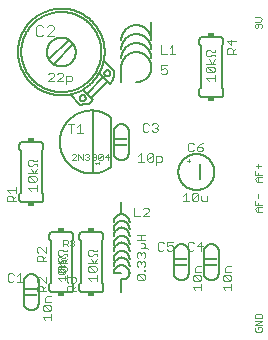
<source format=gto>
G75*
%MOIN*%
%OFA0B0*%
%FSLAX25Y25*%
%IPPOS*%
%LPD*%
%AMOC8*
5,1,8,0,0,1.08239X$1,22.5*
%
%ADD10C,0.00200*%
%ADD11C,0.00500*%
%ADD12R,0.04000X0.01000*%
%ADD13C,0.00300*%
%ADD14R,0.00900X0.05400*%
%ADD15C,0.00600*%
%ADD16R,0.02000X0.01500*%
%ADD17C,0.00100*%
D10*
X0030852Y0033064D02*
X0030118Y0033798D01*
X0032320Y0033798D01*
X0032320Y0033064D02*
X0032320Y0034532D01*
X0031953Y0035274D02*
X0030485Y0036742D01*
X0031953Y0036742D01*
X0032320Y0036375D01*
X0032320Y0035641D01*
X0031953Y0035274D01*
X0030485Y0035274D01*
X0030118Y0035641D01*
X0030118Y0036375D01*
X0030485Y0036742D01*
X0030118Y0037484D02*
X0032320Y0037484D01*
X0031586Y0037484D02*
X0030852Y0038585D01*
X0031219Y0039326D02*
X0030485Y0039326D01*
X0030118Y0039693D01*
X0030118Y0040427D01*
X0030485Y0040794D01*
X0031219Y0040794D01*
X0031586Y0040427D01*
X0032320Y0040427D01*
X0032320Y0040794D01*
X0032320Y0039693D02*
X0031586Y0039693D01*
X0031219Y0039326D01*
X0032320Y0039326D02*
X0032320Y0039693D01*
X0032320Y0038585D02*
X0031586Y0037484D01*
X0031900Y0044400D02*
X0031900Y0046602D01*
X0033001Y0046602D01*
X0033368Y0046235D01*
X0033368Y0045501D01*
X0033001Y0045134D01*
X0031900Y0045134D01*
X0032634Y0045134D02*
X0033368Y0044400D01*
X0034110Y0044767D02*
X0034477Y0044400D01*
X0035211Y0044400D01*
X0035578Y0044767D01*
X0035578Y0045134D01*
X0035211Y0045501D01*
X0034844Y0045501D01*
X0035211Y0045501D02*
X0035578Y0045868D01*
X0035578Y0046235D01*
X0035211Y0046602D01*
X0034477Y0046602D01*
X0034110Y0046235D01*
X0034690Y0073100D02*
X0036158Y0074568D01*
X0036158Y0074935D01*
X0035791Y0075302D01*
X0035057Y0075302D01*
X0034690Y0074935D01*
X0034690Y0073100D02*
X0036158Y0073100D01*
X0036900Y0073100D02*
X0036900Y0075302D01*
X0038368Y0073100D01*
X0038368Y0075302D01*
X0039110Y0074935D02*
X0039477Y0075302D01*
X0040211Y0075302D01*
X0040578Y0074935D01*
X0040578Y0074568D01*
X0040211Y0074201D01*
X0040578Y0073834D01*
X0040578Y0073467D01*
X0040211Y0073100D01*
X0039477Y0073100D01*
X0039110Y0073467D01*
X0039844Y0074201D02*
X0040211Y0074201D01*
X0041320Y0074568D02*
X0041687Y0074201D01*
X0042788Y0074201D01*
X0042788Y0073467D02*
X0042788Y0074935D01*
X0042421Y0075302D01*
X0041687Y0075302D01*
X0041320Y0074935D01*
X0041320Y0074568D01*
X0041320Y0073467D02*
X0041687Y0073100D01*
X0042421Y0073100D01*
X0042788Y0073467D01*
X0043530Y0073467D02*
X0043530Y0074935D01*
X0043897Y0075302D01*
X0044631Y0075302D01*
X0044998Y0074935D01*
X0043530Y0073467D01*
X0043897Y0073100D01*
X0044631Y0073100D01*
X0044998Y0073467D01*
X0044998Y0074935D01*
X0045740Y0074201D02*
X0047207Y0074201D01*
X0046840Y0075302D02*
X0045740Y0074201D01*
X0046840Y0073100D02*
X0046840Y0075302D01*
X0095818Y0069663D02*
X0095818Y0068195D01*
X0098020Y0068195D01*
X0098020Y0067453D02*
X0096552Y0067453D01*
X0095818Y0066719D01*
X0096552Y0065985D01*
X0098020Y0065985D01*
X0096919Y0065985D02*
X0096919Y0067453D01*
X0096919Y0068195D02*
X0096919Y0068929D01*
X0096919Y0070405D02*
X0096919Y0071873D01*
X0096185Y0071139D02*
X0097653Y0071139D01*
X0096919Y0061873D02*
X0096919Y0060405D01*
X0095818Y0059663D02*
X0095818Y0058195D01*
X0098020Y0058195D01*
X0098020Y0057453D02*
X0096552Y0057453D01*
X0095818Y0056719D01*
X0096552Y0055985D01*
X0098020Y0055985D01*
X0096919Y0055985D02*
X0096919Y0057453D01*
X0096919Y0058195D02*
X0096919Y0058929D01*
X0096185Y0021873D02*
X0095818Y0021506D01*
X0095818Y0020405D01*
X0098020Y0020405D01*
X0098020Y0021506D01*
X0097653Y0021873D01*
X0096185Y0021873D01*
X0095818Y0019663D02*
X0098020Y0019663D01*
X0095818Y0018195D01*
X0098020Y0018195D01*
X0097653Y0017453D02*
X0096919Y0017453D01*
X0096919Y0016719D01*
X0096185Y0015985D02*
X0097653Y0015985D01*
X0098020Y0016352D01*
X0098020Y0017086D01*
X0097653Y0017453D01*
X0096185Y0017453D02*
X0095818Y0017086D01*
X0095818Y0016352D01*
X0096185Y0015985D01*
X0096185Y0117090D02*
X0096552Y0117090D01*
X0096919Y0117457D01*
X0096919Y0118558D01*
X0097653Y0118558D02*
X0096185Y0118558D01*
X0095818Y0118191D01*
X0095818Y0117457D01*
X0096185Y0117090D01*
X0097653Y0117090D02*
X0098020Y0117457D01*
X0098020Y0118191D01*
X0097653Y0118558D01*
X0097286Y0119300D02*
X0098020Y0120034D01*
X0097286Y0120768D01*
X0095818Y0120768D01*
X0095818Y0119300D02*
X0097286Y0119300D01*
D11*
X0018720Y0032700D02*
X0018720Y0025700D01*
X0018722Y0025602D01*
X0018728Y0025504D01*
X0018737Y0025406D01*
X0018751Y0025309D01*
X0018768Y0025212D01*
X0018789Y0025116D01*
X0018814Y0025021D01*
X0018842Y0024927D01*
X0018875Y0024835D01*
X0018910Y0024743D01*
X0018950Y0024653D01*
X0018992Y0024565D01*
X0019039Y0024478D01*
X0019088Y0024394D01*
X0019141Y0024311D01*
X0019197Y0024231D01*
X0019257Y0024152D01*
X0019319Y0024076D01*
X0019384Y0024003D01*
X0019452Y0023932D01*
X0019523Y0023864D01*
X0019596Y0023799D01*
X0019672Y0023737D01*
X0019751Y0023677D01*
X0019831Y0023621D01*
X0019914Y0023568D01*
X0019998Y0023519D01*
X0020085Y0023472D01*
X0020173Y0023430D01*
X0020263Y0023390D01*
X0020355Y0023355D01*
X0020447Y0023322D01*
X0020541Y0023294D01*
X0020636Y0023269D01*
X0020732Y0023248D01*
X0020829Y0023231D01*
X0020926Y0023217D01*
X0021024Y0023208D01*
X0021122Y0023202D01*
X0021220Y0023200D01*
X0021318Y0023202D01*
X0021416Y0023208D01*
X0021514Y0023217D01*
X0021611Y0023231D01*
X0021708Y0023248D01*
X0021804Y0023269D01*
X0021899Y0023294D01*
X0021993Y0023322D01*
X0022085Y0023355D01*
X0022177Y0023390D01*
X0022267Y0023430D01*
X0022355Y0023472D01*
X0022442Y0023519D01*
X0022526Y0023568D01*
X0022609Y0023621D01*
X0022689Y0023677D01*
X0022768Y0023737D01*
X0022844Y0023799D01*
X0022917Y0023864D01*
X0022988Y0023932D01*
X0023056Y0024003D01*
X0023121Y0024076D01*
X0023183Y0024152D01*
X0023243Y0024231D01*
X0023299Y0024311D01*
X0023352Y0024394D01*
X0023401Y0024478D01*
X0023448Y0024565D01*
X0023490Y0024653D01*
X0023530Y0024743D01*
X0023565Y0024835D01*
X0023598Y0024927D01*
X0023626Y0025021D01*
X0023651Y0025116D01*
X0023672Y0025212D01*
X0023689Y0025309D01*
X0023703Y0025406D01*
X0023712Y0025504D01*
X0023718Y0025602D01*
X0023720Y0025700D01*
X0023720Y0032700D01*
X0023718Y0032798D01*
X0023712Y0032896D01*
X0023703Y0032994D01*
X0023689Y0033091D01*
X0023672Y0033188D01*
X0023651Y0033284D01*
X0023626Y0033379D01*
X0023598Y0033473D01*
X0023565Y0033565D01*
X0023530Y0033657D01*
X0023490Y0033747D01*
X0023448Y0033835D01*
X0023401Y0033922D01*
X0023352Y0034006D01*
X0023299Y0034089D01*
X0023243Y0034169D01*
X0023183Y0034248D01*
X0023121Y0034324D01*
X0023056Y0034397D01*
X0022988Y0034468D01*
X0022917Y0034536D01*
X0022844Y0034601D01*
X0022768Y0034663D01*
X0022689Y0034723D01*
X0022609Y0034779D01*
X0022526Y0034832D01*
X0022442Y0034881D01*
X0022355Y0034928D01*
X0022267Y0034970D01*
X0022177Y0035010D01*
X0022085Y0035045D01*
X0021993Y0035078D01*
X0021899Y0035106D01*
X0021804Y0035131D01*
X0021708Y0035152D01*
X0021611Y0035169D01*
X0021514Y0035183D01*
X0021416Y0035192D01*
X0021318Y0035198D01*
X0021220Y0035200D01*
X0021122Y0035198D01*
X0021024Y0035192D01*
X0020926Y0035183D01*
X0020829Y0035169D01*
X0020732Y0035152D01*
X0020636Y0035131D01*
X0020541Y0035106D01*
X0020447Y0035078D01*
X0020355Y0035045D01*
X0020263Y0035010D01*
X0020173Y0034970D01*
X0020085Y0034928D01*
X0019998Y0034881D01*
X0019914Y0034832D01*
X0019831Y0034779D01*
X0019751Y0034723D01*
X0019672Y0034663D01*
X0019596Y0034601D01*
X0019523Y0034536D01*
X0019452Y0034468D01*
X0019384Y0034397D01*
X0019319Y0034324D01*
X0019257Y0034248D01*
X0019197Y0034169D01*
X0019141Y0034089D01*
X0019088Y0034006D01*
X0019039Y0033922D01*
X0018992Y0033835D01*
X0018950Y0033747D01*
X0018910Y0033657D01*
X0018875Y0033565D01*
X0018842Y0033473D01*
X0018814Y0033379D01*
X0018789Y0033284D01*
X0018768Y0033188D01*
X0018751Y0033091D01*
X0018737Y0032994D01*
X0018728Y0032896D01*
X0018722Y0032798D01*
X0018720Y0032700D01*
X0021220Y0035200D02*
X0021318Y0035198D01*
X0021416Y0035192D01*
X0021514Y0035183D01*
X0021611Y0035169D01*
X0021708Y0035152D01*
X0021804Y0035131D01*
X0021899Y0035106D01*
X0021993Y0035078D01*
X0022085Y0035045D01*
X0022177Y0035010D01*
X0022267Y0034970D01*
X0022355Y0034928D01*
X0022442Y0034881D01*
X0022526Y0034832D01*
X0022609Y0034779D01*
X0022689Y0034723D01*
X0022768Y0034663D01*
X0022844Y0034601D01*
X0022917Y0034536D01*
X0022988Y0034468D01*
X0023056Y0034397D01*
X0023121Y0034324D01*
X0023183Y0034248D01*
X0023243Y0034169D01*
X0023299Y0034089D01*
X0023352Y0034006D01*
X0023401Y0033922D01*
X0023448Y0033835D01*
X0023490Y0033747D01*
X0023530Y0033657D01*
X0023565Y0033565D01*
X0023598Y0033473D01*
X0023626Y0033379D01*
X0023651Y0033284D01*
X0023672Y0033188D01*
X0023689Y0033091D01*
X0023703Y0032994D01*
X0023712Y0032896D01*
X0023718Y0032798D01*
X0023720Y0032700D01*
X0048720Y0035450D02*
X0050970Y0035450D01*
X0051220Y0038200D02*
X0051323Y0038198D01*
X0051426Y0038192D01*
X0051528Y0038183D01*
X0051630Y0038169D01*
X0051731Y0038152D01*
X0051832Y0038131D01*
X0051932Y0038106D01*
X0052031Y0038078D01*
X0052128Y0038046D01*
X0052225Y0038010D01*
X0052320Y0037971D01*
X0052413Y0037928D01*
X0052505Y0037881D01*
X0052595Y0037832D01*
X0052683Y0037778D01*
X0052769Y0037722D01*
X0052853Y0037663D01*
X0052935Y0037600D01*
X0053014Y0037534D01*
X0053090Y0037466D01*
X0053165Y0037395D01*
X0053236Y0037320D01*
X0053304Y0037244D01*
X0053370Y0037165D01*
X0053433Y0037083D01*
X0053492Y0036999D01*
X0053548Y0036913D01*
X0053602Y0036825D01*
X0053651Y0036735D01*
X0053698Y0036643D01*
X0053741Y0036550D01*
X0053780Y0036455D01*
X0053816Y0036358D01*
X0053848Y0036261D01*
X0053876Y0036162D01*
X0053901Y0036062D01*
X0053922Y0035961D01*
X0053939Y0035860D01*
X0053953Y0035758D01*
X0053962Y0035656D01*
X0053968Y0035553D01*
X0053970Y0035450D01*
X0053953Y0035355D01*
X0053932Y0035260D01*
X0053907Y0035167D01*
X0053879Y0035074D01*
X0053847Y0034983D01*
X0053811Y0034893D01*
X0053772Y0034804D01*
X0053729Y0034717D01*
X0053682Y0034632D01*
X0053633Y0034549D01*
X0053580Y0034468D01*
X0053523Y0034389D01*
X0053464Y0034313D01*
X0053402Y0034239D01*
X0053336Y0034168D01*
X0053268Y0034099D01*
X0053197Y0034033D01*
X0053124Y0033970D01*
X0053048Y0033910D01*
X0052970Y0033853D01*
X0052889Y0033799D01*
X0052806Y0033749D01*
X0052722Y0033701D01*
X0052635Y0033658D01*
X0052547Y0033618D01*
X0052458Y0033581D01*
X0052367Y0033548D01*
X0052274Y0033519D01*
X0052181Y0033493D01*
X0052086Y0033472D01*
X0051991Y0033454D01*
X0051896Y0033440D01*
X0051799Y0033430D01*
X0051703Y0033423D01*
X0051606Y0033421D01*
X0051509Y0033423D01*
X0051412Y0033428D01*
X0051316Y0033437D01*
X0051220Y0033450D01*
X0051220Y0029200D01*
X0048720Y0035450D02*
X0048717Y0035551D01*
X0048718Y0035651D01*
X0048723Y0035752D01*
X0048732Y0035852D01*
X0048744Y0035952D01*
X0048761Y0036051D01*
X0048781Y0036150D01*
X0048805Y0036248D01*
X0048832Y0036345D01*
X0048864Y0036440D01*
X0048899Y0036535D01*
X0048937Y0036628D01*
X0048979Y0036719D01*
X0049025Y0036809D01*
X0049074Y0036897D01*
X0049126Y0036983D01*
X0049182Y0037067D01*
X0049240Y0037149D01*
X0049302Y0037228D01*
X0049367Y0037305D01*
X0049435Y0037380D01*
X0049505Y0037452D01*
X0049578Y0037521D01*
X0049654Y0037587D01*
X0049733Y0037650D01*
X0049813Y0037710D01*
X0049896Y0037768D01*
X0049981Y0037821D01*
X0050068Y0037872D01*
X0050157Y0037919D01*
X0050248Y0037963D01*
X0050340Y0038003D01*
X0050434Y0038040D01*
X0050529Y0038073D01*
X0050625Y0038102D01*
X0050723Y0038128D01*
X0050821Y0038150D01*
X0050920Y0038168D01*
X0051019Y0038183D01*
X0051120Y0038193D01*
X0051220Y0038200D01*
X0051220Y0040700D02*
X0051117Y0040688D01*
X0051015Y0040673D01*
X0050914Y0040654D01*
X0050813Y0040632D01*
X0050713Y0040605D01*
X0050614Y0040575D01*
X0050517Y0040541D01*
X0050421Y0040504D01*
X0050326Y0040463D01*
X0050233Y0040418D01*
X0050141Y0040370D01*
X0050052Y0040319D01*
X0049964Y0040264D01*
X0049879Y0040206D01*
X0049795Y0040145D01*
X0049715Y0040081D01*
X0049636Y0040014D01*
X0049560Y0039944D01*
X0049487Y0039871D01*
X0049417Y0039796D01*
X0049349Y0039718D01*
X0049284Y0039637D01*
X0049223Y0039554D01*
X0049164Y0039469D01*
X0049109Y0039382D01*
X0049057Y0039292D01*
X0049009Y0039201D01*
X0048964Y0039108D01*
X0048922Y0039014D01*
X0048884Y0038918D01*
X0048850Y0038820D01*
X0048819Y0038722D01*
X0048792Y0038622D01*
X0048769Y0038522D01*
X0048749Y0038420D01*
X0048734Y0038318D01*
X0048722Y0038216D01*
X0048714Y0038113D01*
X0048710Y0038009D01*
X0048709Y0037906D01*
X0048713Y0037803D01*
X0048720Y0037700D01*
X0051220Y0040700D02*
X0051325Y0040694D01*
X0051430Y0040683D01*
X0051534Y0040669D01*
X0051637Y0040651D01*
X0051740Y0040630D01*
X0051842Y0040604D01*
X0051943Y0040575D01*
X0052043Y0040542D01*
X0052142Y0040506D01*
X0052239Y0040466D01*
X0052335Y0040422D01*
X0052429Y0040375D01*
X0052521Y0040325D01*
X0052611Y0040271D01*
X0052700Y0040214D01*
X0052786Y0040154D01*
X0052870Y0040091D01*
X0052951Y0040024D01*
X0053030Y0039955D01*
X0053107Y0039883D01*
X0053181Y0039808D01*
X0053252Y0039731D01*
X0053320Y0039651D01*
X0053385Y0039568D01*
X0053447Y0039483D01*
X0053506Y0039396D01*
X0053562Y0039307D01*
X0053614Y0039216D01*
X0053664Y0039123D01*
X0053709Y0039029D01*
X0053751Y0038932D01*
X0053790Y0038834D01*
X0053825Y0038735D01*
X0053857Y0038635D01*
X0053884Y0038534D01*
X0053908Y0038431D01*
X0053929Y0038328D01*
X0053945Y0038224D01*
X0053958Y0038120D01*
X0053967Y0038015D01*
X0053972Y0037910D01*
X0053973Y0037805D01*
X0053970Y0037700D01*
X0048720Y0039950D02*
X0048713Y0040053D01*
X0048709Y0040156D01*
X0048710Y0040259D01*
X0048714Y0040363D01*
X0048722Y0040466D01*
X0048734Y0040568D01*
X0048749Y0040670D01*
X0048769Y0040772D01*
X0048792Y0040872D01*
X0048819Y0040972D01*
X0048850Y0041070D01*
X0048884Y0041168D01*
X0048922Y0041264D01*
X0048964Y0041358D01*
X0049009Y0041451D01*
X0049057Y0041542D01*
X0049109Y0041632D01*
X0049164Y0041719D01*
X0049223Y0041804D01*
X0049284Y0041887D01*
X0049349Y0041968D01*
X0049417Y0042046D01*
X0049487Y0042121D01*
X0049560Y0042194D01*
X0049636Y0042264D01*
X0049715Y0042331D01*
X0049795Y0042395D01*
X0049879Y0042456D01*
X0049964Y0042514D01*
X0050052Y0042569D01*
X0050141Y0042620D01*
X0050233Y0042668D01*
X0050326Y0042713D01*
X0050421Y0042754D01*
X0050517Y0042791D01*
X0050614Y0042825D01*
X0050713Y0042855D01*
X0050813Y0042882D01*
X0050914Y0042904D01*
X0051015Y0042923D01*
X0051117Y0042938D01*
X0051220Y0042950D01*
X0051220Y0045700D02*
X0051325Y0045694D01*
X0051430Y0045683D01*
X0051534Y0045669D01*
X0051637Y0045651D01*
X0051740Y0045630D01*
X0051842Y0045604D01*
X0051943Y0045575D01*
X0052043Y0045542D01*
X0052142Y0045506D01*
X0052239Y0045466D01*
X0052335Y0045422D01*
X0052429Y0045375D01*
X0052521Y0045325D01*
X0052611Y0045271D01*
X0052700Y0045214D01*
X0052786Y0045154D01*
X0052870Y0045091D01*
X0052951Y0045024D01*
X0053030Y0044955D01*
X0053107Y0044883D01*
X0053181Y0044808D01*
X0053252Y0044731D01*
X0053320Y0044651D01*
X0053385Y0044568D01*
X0053447Y0044483D01*
X0053506Y0044396D01*
X0053562Y0044307D01*
X0053614Y0044216D01*
X0053664Y0044123D01*
X0053709Y0044029D01*
X0053751Y0043932D01*
X0053790Y0043834D01*
X0053825Y0043735D01*
X0053857Y0043635D01*
X0053884Y0043534D01*
X0053908Y0043431D01*
X0053929Y0043328D01*
X0053945Y0043224D01*
X0053958Y0043120D01*
X0053967Y0043015D01*
X0053972Y0042910D01*
X0053973Y0042805D01*
X0053970Y0042700D01*
X0051220Y0045700D02*
X0051117Y0045688D01*
X0051015Y0045673D01*
X0050914Y0045654D01*
X0050813Y0045632D01*
X0050713Y0045605D01*
X0050614Y0045575D01*
X0050517Y0045541D01*
X0050421Y0045504D01*
X0050326Y0045463D01*
X0050233Y0045418D01*
X0050141Y0045370D01*
X0050052Y0045319D01*
X0049964Y0045264D01*
X0049879Y0045206D01*
X0049795Y0045145D01*
X0049715Y0045081D01*
X0049636Y0045014D01*
X0049560Y0044944D01*
X0049487Y0044871D01*
X0049417Y0044796D01*
X0049349Y0044718D01*
X0049284Y0044637D01*
X0049223Y0044554D01*
X0049164Y0044469D01*
X0049109Y0044382D01*
X0049057Y0044292D01*
X0049009Y0044201D01*
X0048964Y0044108D01*
X0048922Y0044014D01*
X0048884Y0043918D01*
X0048850Y0043820D01*
X0048819Y0043722D01*
X0048792Y0043622D01*
X0048769Y0043522D01*
X0048749Y0043420D01*
X0048734Y0043318D01*
X0048722Y0043216D01*
X0048714Y0043113D01*
X0048710Y0043009D01*
X0048709Y0042906D01*
X0048713Y0042803D01*
X0048720Y0042700D01*
X0051220Y0042950D02*
X0051323Y0042948D01*
X0051426Y0042942D01*
X0051528Y0042933D01*
X0051630Y0042919D01*
X0051731Y0042902D01*
X0051832Y0042881D01*
X0051932Y0042856D01*
X0052031Y0042828D01*
X0052128Y0042796D01*
X0052225Y0042760D01*
X0052320Y0042721D01*
X0052413Y0042678D01*
X0052505Y0042631D01*
X0052595Y0042582D01*
X0052683Y0042528D01*
X0052769Y0042472D01*
X0052853Y0042413D01*
X0052935Y0042350D01*
X0053014Y0042284D01*
X0053090Y0042216D01*
X0053165Y0042145D01*
X0053236Y0042070D01*
X0053304Y0041994D01*
X0053370Y0041915D01*
X0053433Y0041833D01*
X0053492Y0041749D01*
X0053548Y0041663D01*
X0053602Y0041575D01*
X0053651Y0041485D01*
X0053698Y0041393D01*
X0053741Y0041300D01*
X0053780Y0041205D01*
X0053816Y0041108D01*
X0053848Y0041011D01*
X0053876Y0040912D01*
X0053901Y0040812D01*
X0053922Y0040711D01*
X0053939Y0040610D01*
X0053953Y0040508D01*
X0053962Y0040406D01*
X0053968Y0040303D01*
X0053970Y0040200D01*
X0048720Y0044950D02*
X0048713Y0045053D01*
X0048709Y0045156D01*
X0048710Y0045259D01*
X0048714Y0045363D01*
X0048722Y0045466D01*
X0048734Y0045568D01*
X0048749Y0045670D01*
X0048769Y0045772D01*
X0048792Y0045872D01*
X0048819Y0045972D01*
X0048850Y0046070D01*
X0048884Y0046168D01*
X0048922Y0046264D01*
X0048964Y0046358D01*
X0049009Y0046451D01*
X0049057Y0046542D01*
X0049109Y0046632D01*
X0049164Y0046719D01*
X0049223Y0046804D01*
X0049284Y0046887D01*
X0049349Y0046968D01*
X0049417Y0047046D01*
X0049487Y0047121D01*
X0049560Y0047194D01*
X0049636Y0047264D01*
X0049715Y0047331D01*
X0049795Y0047395D01*
X0049879Y0047456D01*
X0049964Y0047514D01*
X0050052Y0047569D01*
X0050141Y0047620D01*
X0050233Y0047668D01*
X0050326Y0047713D01*
X0050421Y0047754D01*
X0050517Y0047791D01*
X0050614Y0047825D01*
X0050713Y0047855D01*
X0050813Y0047882D01*
X0050914Y0047904D01*
X0051015Y0047923D01*
X0051117Y0047938D01*
X0051220Y0047950D01*
X0051220Y0050700D02*
X0051325Y0050694D01*
X0051430Y0050683D01*
X0051534Y0050669D01*
X0051637Y0050651D01*
X0051740Y0050630D01*
X0051842Y0050604D01*
X0051943Y0050575D01*
X0052043Y0050542D01*
X0052142Y0050506D01*
X0052239Y0050466D01*
X0052335Y0050422D01*
X0052429Y0050375D01*
X0052521Y0050325D01*
X0052611Y0050271D01*
X0052700Y0050214D01*
X0052786Y0050154D01*
X0052870Y0050091D01*
X0052951Y0050024D01*
X0053030Y0049955D01*
X0053107Y0049883D01*
X0053181Y0049808D01*
X0053252Y0049731D01*
X0053320Y0049651D01*
X0053385Y0049568D01*
X0053447Y0049483D01*
X0053506Y0049396D01*
X0053562Y0049307D01*
X0053614Y0049216D01*
X0053664Y0049123D01*
X0053709Y0049029D01*
X0053751Y0048932D01*
X0053790Y0048834D01*
X0053825Y0048735D01*
X0053857Y0048635D01*
X0053884Y0048534D01*
X0053908Y0048431D01*
X0053929Y0048328D01*
X0053945Y0048224D01*
X0053958Y0048120D01*
X0053967Y0048015D01*
X0053972Y0047910D01*
X0053973Y0047805D01*
X0053970Y0047700D01*
X0051220Y0050700D02*
X0051117Y0050688D01*
X0051015Y0050673D01*
X0050914Y0050654D01*
X0050813Y0050632D01*
X0050713Y0050605D01*
X0050614Y0050575D01*
X0050517Y0050541D01*
X0050421Y0050504D01*
X0050326Y0050463D01*
X0050233Y0050418D01*
X0050141Y0050370D01*
X0050052Y0050319D01*
X0049964Y0050264D01*
X0049879Y0050206D01*
X0049795Y0050145D01*
X0049715Y0050081D01*
X0049636Y0050014D01*
X0049560Y0049944D01*
X0049487Y0049871D01*
X0049417Y0049796D01*
X0049349Y0049718D01*
X0049284Y0049637D01*
X0049223Y0049554D01*
X0049164Y0049469D01*
X0049109Y0049382D01*
X0049057Y0049292D01*
X0049009Y0049201D01*
X0048964Y0049108D01*
X0048922Y0049014D01*
X0048884Y0048918D01*
X0048850Y0048820D01*
X0048819Y0048722D01*
X0048792Y0048622D01*
X0048769Y0048522D01*
X0048749Y0048420D01*
X0048734Y0048318D01*
X0048722Y0048216D01*
X0048714Y0048113D01*
X0048710Y0048009D01*
X0048709Y0047906D01*
X0048713Y0047803D01*
X0048720Y0047700D01*
X0051220Y0047950D02*
X0051323Y0047948D01*
X0051426Y0047942D01*
X0051528Y0047933D01*
X0051630Y0047919D01*
X0051731Y0047902D01*
X0051832Y0047881D01*
X0051932Y0047856D01*
X0052031Y0047828D01*
X0052128Y0047796D01*
X0052225Y0047760D01*
X0052320Y0047721D01*
X0052413Y0047678D01*
X0052505Y0047631D01*
X0052595Y0047582D01*
X0052683Y0047528D01*
X0052769Y0047472D01*
X0052853Y0047413D01*
X0052935Y0047350D01*
X0053014Y0047284D01*
X0053090Y0047216D01*
X0053165Y0047145D01*
X0053236Y0047070D01*
X0053304Y0046994D01*
X0053370Y0046915D01*
X0053433Y0046833D01*
X0053492Y0046749D01*
X0053548Y0046663D01*
X0053602Y0046575D01*
X0053651Y0046485D01*
X0053698Y0046393D01*
X0053741Y0046300D01*
X0053780Y0046205D01*
X0053816Y0046108D01*
X0053848Y0046011D01*
X0053876Y0045912D01*
X0053901Y0045812D01*
X0053922Y0045711D01*
X0053939Y0045610D01*
X0053953Y0045508D01*
X0053962Y0045406D01*
X0053968Y0045303D01*
X0053970Y0045200D01*
X0048720Y0049950D02*
X0048713Y0050053D01*
X0048709Y0050156D01*
X0048710Y0050259D01*
X0048714Y0050363D01*
X0048722Y0050466D01*
X0048734Y0050568D01*
X0048749Y0050670D01*
X0048769Y0050772D01*
X0048792Y0050872D01*
X0048819Y0050972D01*
X0048850Y0051070D01*
X0048884Y0051168D01*
X0048922Y0051264D01*
X0048964Y0051358D01*
X0049009Y0051451D01*
X0049057Y0051542D01*
X0049109Y0051632D01*
X0049164Y0051719D01*
X0049223Y0051804D01*
X0049284Y0051887D01*
X0049349Y0051968D01*
X0049417Y0052046D01*
X0049487Y0052121D01*
X0049560Y0052194D01*
X0049636Y0052264D01*
X0049715Y0052331D01*
X0049795Y0052395D01*
X0049879Y0052456D01*
X0049964Y0052514D01*
X0050052Y0052569D01*
X0050141Y0052620D01*
X0050233Y0052668D01*
X0050326Y0052713D01*
X0050421Y0052754D01*
X0050517Y0052791D01*
X0050614Y0052825D01*
X0050713Y0052855D01*
X0050813Y0052882D01*
X0050914Y0052904D01*
X0051015Y0052923D01*
X0051117Y0052938D01*
X0051220Y0052950D01*
X0051220Y0055200D02*
X0051120Y0055193D01*
X0051019Y0055183D01*
X0050920Y0055168D01*
X0050821Y0055150D01*
X0050723Y0055128D01*
X0050625Y0055102D01*
X0050529Y0055073D01*
X0050434Y0055040D01*
X0050340Y0055003D01*
X0050248Y0054963D01*
X0050157Y0054919D01*
X0050068Y0054872D01*
X0049981Y0054821D01*
X0049896Y0054768D01*
X0049813Y0054710D01*
X0049733Y0054650D01*
X0049654Y0054587D01*
X0049578Y0054521D01*
X0049505Y0054452D01*
X0049435Y0054380D01*
X0049367Y0054305D01*
X0049302Y0054228D01*
X0049240Y0054149D01*
X0049182Y0054067D01*
X0049126Y0053983D01*
X0049074Y0053897D01*
X0049025Y0053809D01*
X0048979Y0053719D01*
X0048937Y0053628D01*
X0048899Y0053535D01*
X0048864Y0053440D01*
X0048832Y0053345D01*
X0048805Y0053248D01*
X0048781Y0053150D01*
X0048761Y0053051D01*
X0048744Y0052952D01*
X0048732Y0052852D01*
X0048723Y0052752D01*
X0048718Y0052651D01*
X0048717Y0052551D01*
X0048720Y0052450D01*
X0051220Y0055200D02*
X0051323Y0055198D01*
X0051426Y0055192D01*
X0051528Y0055183D01*
X0051630Y0055169D01*
X0051731Y0055152D01*
X0051832Y0055131D01*
X0051932Y0055106D01*
X0052031Y0055078D01*
X0052128Y0055046D01*
X0052225Y0055010D01*
X0052320Y0054971D01*
X0052413Y0054928D01*
X0052505Y0054881D01*
X0052595Y0054832D01*
X0052683Y0054778D01*
X0052769Y0054722D01*
X0052853Y0054663D01*
X0052935Y0054600D01*
X0053014Y0054534D01*
X0053090Y0054466D01*
X0053165Y0054395D01*
X0053236Y0054320D01*
X0053304Y0054244D01*
X0053370Y0054165D01*
X0053433Y0054083D01*
X0053492Y0053999D01*
X0053548Y0053913D01*
X0053602Y0053825D01*
X0053651Y0053735D01*
X0053698Y0053643D01*
X0053741Y0053550D01*
X0053780Y0053455D01*
X0053816Y0053358D01*
X0053848Y0053261D01*
X0053876Y0053162D01*
X0053901Y0053062D01*
X0053922Y0052961D01*
X0053939Y0052860D01*
X0053953Y0052758D01*
X0053962Y0052656D01*
X0053968Y0052553D01*
X0053970Y0052450D01*
X0053970Y0050200D02*
X0053968Y0050303D01*
X0053962Y0050406D01*
X0053953Y0050508D01*
X0053939Y0050610D01*
X0053922Y0050711D01*
X0053901Y0050812D01*
X0053876Y0050912D01*
X0053848Y0051011D01*
X0053816Y0051108D01*
X0053780Y0051205D01*
X0053741Y0051300D01*
X0053698Y0051393D01*
X0053651Y0051485D01*
X0053602Y0051575D01*
X0053548Y0051663D01*
X0053492Y0051749D01*
X0053433Y0051833D01*
X0053370Y0051915D01*
X0053304Y0051994D01*
X0053236Y0052070D01*
X0053165Y0052145D01*
X0053090Y0052216D01*
X0053014Y0052284D01*
X0052935Y0052350D01*
X0052853Y0052413D01*
X0052769Y0052472D01*
X0052683Y0052528D01*
X0052595Y0052582D01*
X0052505Y0052631D01*
X0052413Y0052678D01*
X0052320Y0052721D01*
X0052225Y0052760D01*
X0052128Y0052796D01*
X0052031Y0052828D01*
X0051932Y0052856D01*
X0051832Y0052881D01*
X0051731Y0052902D01*
X0051630Y0052919D01*
X0051528Y0052933D01*
X0051426Y0052942D01*
X0051323Y0052948D01*
X0051220Y0052950D01*
X0051220Y0055200D02*
X0051220Y0059200D01*
X0047720Y0070952D02*
X0047720Y0087448D01*
X0048720Y0082700D02*
X0048720Y0075700D01*
X0048722Y0075602D01*
X0048728Y0075504D01*
X0048737Y0075406D01*
X0048751Y0075309D01*
X0048768Y0075212D01*
X0048789Y0075116D01*
X0048814Y0075021D01*
X0048842Y0074927D01*
X0048875Y0074835D01*
X0048910Y0074743D01*
X0048950Y0074653D01*
X0048992Y0074565D01*
X0049039Y0074478D01*
X0049088Y0074394D01*
X0049141Y0074311D01*
X0049197Y0074231D01*
X0049257Y0074152D01*
X0049319Y0074076D01*
X0049384Y0074003D01*
X0049452Y0073932D01*
X0049523Y0073864D01*
X0049596Y0073799D01*
X0049672Y0073737D01*
X0049751Y0073677D01*
X0049831Y0073621D01*
X0049914Y0073568D01*
X0049998Y0073519D01*
X0050085Y0073472D01*
X0050173Y0073430D01*
X0050263Y0073390D01*
X0050355Y0073355D01*
X0050447Y0073322D01*
X0050541Y0073294D01*
X0050636Y0073269D01*
X0050732Y0073248D01*
X0050829Y0073231D01*
X0050926Y0073217D01*
X0051024Y0073208D01*
X0051122Y0073202D01*
X0051220Y0073200D01*
X0051318Y0073202D01*
X0051416Y0073208D01*
X0051514Y0073217D01*
X0051611Y0073231D01*
X0051708Y0073248D01*
X0051804Y0073269D01*
X0051899Y0073294D01*
X0051993Y0073322D01*
X0052085Y0073355D01*
X0052177Y0073390D01*
X0052267Y0073430D01*
X0052355Y0073472D01*
X0052442Y0073519D01*
X0052526Y0073568D01*
X0052609Y0073621D01*
X0052689Y0073677D01*
X0052768Y0073737D01*
X0052844Y0073799D01*
X0052917Y0073864D01*
X0052988Y0073932D01*
X0053056Y0074003D01*
X0053121Y0074076D01*
X0053183Y0074152D01*
X0053243Y0074231D01*
X0053299Y0074311D01*
X0053352Y0074394D01*
X0053401Y0074478D01*
X0053448Y0074565D01*
X0053490Y0074653D01*
X0053530Y0074743D01*
X0053565Y0074835D01*
X0053598Y0074927D01*
X0053626Y0075021D01*
X0053651Y0075116D01*
X0053672Y0075212D01*
X0053689Y0075309D01*
X0053703Y0075406D01*
X0053712Y0075504D01*
X0053718Y0075602D01*
X0053720Y0075700D01*
X0053720Y0082700D01*
X0053718Y0082798D01*
X0053712Y0082896D01*
X0053703Y0082994D01*
X0053689Y0083091D01*
X0053672Y0083188D01*
X0053651Y0083284D01*
X0053626Y0083379D01*
X0053598Y0083473D01*
X0053565Y0083565D01*
X0053530Y0083657D01*
X0053490Y0083747D01*
X0053448Y0083835D01*
X0053401Y0083922D01*
X0053352Y0084006D01*
X0053299Y0084089D01*
X0053243Y0084169D01*
X0053183Y0084248D01*
X0053121Y0084324D01*
X0053056Y0084397D01*
X0052988Y0084468D01*
X0052917Y0084536D01*
X0052844Y0084601D01*
X0052768Y0084663D01*
X0052689Y0084723D01*
X0052609Y0084779D01*
X0052526Y0084832D01*
X0052442Y0084881D01*
X0052355Y0084928D01*
X0052267Y0084970D01*
X0052177Y0085010D01*
X0052085Y0085045D01*
X0051993Y0085078D01*
X0051899Y0085106D01*
X0051804Y0085131D01*
X0051708Y0085152D01*
X0051611Y0085169D01*
X0051514Y0085183D01*
X0051416Y0085192D01*
X0051318Y0085198D01*
X0051220Y0085200D01*
X0051122Y0085198D01*
X0051024Y0085192D01*
X0050926Y0085183D01*
X0050829Y0085169D01*
X0050732Y0085152D01*
X0050636Y0085131D01*
X0050541Y0085106D01*
X0050447Y0085078D01*
X0050355Y0085045D01*
X0050263Y0085010D01*
X0050173Y0084970D01*
X0050085Y0084928D01*
X0049998Y0084881D01*
X0049914Y0084832D01*
X0049831Y0084779D01*
X0049751Y0084723D01*
X0049672Y0084663D01*
X0049596Y0084601D01*
X0049523Y0084536D01*
X0049452Y0084468D01*
X0049384Y0084397D01*
X0049319Y0084324D01*
X0049257Y0084248D01*
X0049197Y0084169D01*
X0049141Y0084089D01*
X0049088Y0084006D01*
X0049039Y0083922D01*
X0048992Y0083835D01*
X0048950Y0083747D01*
X0048910Y0083657D01*
X0048875Y0083565D01*
X0048842Y0083473D01*
X0048814Y0083379D01*
X0048789Y0083284D01*
X0048768Y0083188D01*
X0048751Y0083091D01*
X0048737Y0082994D01*
X0048728Y0082896D01*
X0048722Y0082798D01*
X0048720Y0082700D01*
X0051220Y0085200D02*
X0051318Y0085198D01*
X0051416Y0085192D01*
X0051514Y0085183D01*
X0051611Y0085169D01*
X0051708Y0085152D01*
X0051804Y0085131D01*
X0051899Y0085106D01*
X0051993Y0085078D01*
X0052085Y0085045D01*
X0052177Y0085010D01*
X0052267Y0084970D01*
X0052355Y0084928D01*
X0052442Y0084881D01*
X0052526Y0084832D01*
X0052609Y0084779D01*
X0052689Y0084723D01*
X0052768Y0084663D01*
X0052844Y0084601D01*
X0052917Y0084536D01*
X0052988Y0084468D01*
X0053056Y0084397D01*
X0053121Y0084324D01*
X0053183Y0084248D01*
X0053243Y0084169D01*
X0053299Y0084089D01*
X0053352Y0084006D01*
X0053401Y0083922D01*
X0053448Y0083835D01*
X0053490Y0083747D01*
X0053530Y0083657D01*
X0053565Y0083565D01*
X0053598Y0083473D01*
X0053626Y0083379D01*
X0053651Y0083284D01*
X0053672Y0083188D01*
X0053689Y0083091D01*
X0053703Y0082994D01*
X0053712Y0082896D01*
X0053718Y0082798D01*
X0053720Y0082700D01*
X0041160Y0093711D02*
X0043941Y0096492D01*
X0046472Y0099023D01*
X0047306Y0098637D02*
X0048589Y0099921D01*
X0048702Y0101397D01*
X0048815Y0102874D01*
X0045447Y0106242D01*
X0045580Y0102118D02*
X0045582Y0102181D01*
X0045588Y0102243D01*
X0045598Y0102305D01*
X0045611Y0102367D01*
X0045629Y0102427D01*
X0045650Y0102486D01*
X0045675Y0102544D01*
X0045704Y0102600D01*
X0045736Y0102654D01*
X0045771Y0102706D01*
X0045809Y0102755D01*
X0045851Y0102803D01*
X0045895Y0102847D01*
X0045943Y0102889D01*
X0045992Y0102927D01*
X0046044Y0102962D01*
X0046098Y0102994D01*
X0046154Y0103023D01*
X0046212Y0103048D01*
X0046271Y0103069D01*
X0046331Y0103087D01*
X0046393Y0103100D01*
X0046455Y0103110D01*
X0046517Y0103116D01*
X0046580Y0103118D01*
X0046643Y0103116D01*
X0046705Y0103110D01*
X0046767Y0103100D01*
X0046829Y0103087D01*
X0046889Y0103069D01*
X0046948Y0103048D01*
X0047006Y0103023D01*
X0047062Y0102994D01*
X0047116Y0102962D01*
X0047168Y0102927D01*
X0047217Y0102889D01*
X0047265Y0102847D01*
X0047309Y0102803D01*
X0047351Y0102755D01*
X0047389Y0102706D01*
X0047424Y0102654D01*
X0047456Y0102600D01*
X0047485Y0102544D01*
X0047510Y0102486D01*
X0047531Y0102427D01*
X0047549Y0102367D01*
X0047562Y0102305D01*
X0047572Y0102243D01*
X0047578Y0102181D01*
X0047580Y0102118D01*
X0047578Y0102055D01*
X0047572Y0101993D01*
X0047562Y0101931D01*
X0047549Y0101869D01*
X0047531Y0101809D01*
X0047510Y0101750D01*
X0047485Y0101692D01*
X0047456Y0101636D01*
X0047424Y0101582D01*
X0047389Y0101530D01*
X0047351Y0101481D01*
X0047309Y0101433D01*
X0047265Y0101389D01*
X0047217Y0101347D01*
X0047168Y0101309D01*
X0047116Y0101274D01*
X0047062Y0101242D01*
X0047006Y0101213D01*
X0046948Y0101188D01*
X0046889Y0101167D01*
X0046829Y0101149D01*
X0046767Y0101136D01*
X0046705Y0101126D01*
X0046643Y0101120D01*
X0046580Y0101118D01*
X0046517Y0101120D01*
X0046455Y0101126D01*
X0046393Y0101136D01*
X0046331Y0101149D01*
X0046271Y0101167D01*
X0046212Y0101188D01*
X0046154Y0101213D01*
X0046098Y0101242D01*
X0046044Y0101274D01*
X0045992Y0101309D01*
X0045943Y0101347D01*
X0045895Y0101389D01*
X0045851Y0101433D01*
X0045809Y0101481D01*
X0045771Y0101530D01*
X0045736Y0101582D01*
X0045704Y0101636D01*
X0045675Y0101692D01*
X0045650Y0101750D01*
X0045629Y0101809D01*
X0045611Y0101869D01*
X0045598Y0101931D01*
X0045588Y0101993D01*
X0045582Y0102055D01*
X0045580Y0102118D01*
X0045070Y0100739D02*
X0039663Y0095332D01*
X0038450Y0096475D02*
X0041796Y0093128D01*
X0040513Y0091845D01*
X0039042Y0091738D01*
X0037571Y0091631D01*
X0034362Y0094840D01*
X0037327Y0093920D02*
X0037329Y0093983D01*
X0037335Y0094045D01*
X0037345Y0094107D01*
X0037358Y0094169D01*
X0037376Y0094229D01*
X0037397Y0094288D01*
X0037422Y0094346D01*
X0037451Y0094402D01*
X0037483Y0094456D01*
X0037518Y0094508D01*
X0037556Y0094557D01*
X0037598Y0094605D01*
X0037642Y0094649D01*
X0037690Y0094691D01*
X0037739Y0094729D01*
X0037791Y0094764D01*
X0037845Y0094796D01*
X0037901Y0094825D01*
X0037959Y0094850D01*
X0038018Y0094871D01*
X0038078Y0094889D01*
X0038140Y0094902D01*
X0038202Y0094912D01*
X0038264Y0094918D01*
X0038327Y0094920D01*
X0038390Y0094918D01*
X0038452Y0094912D01*
X0038514Y0094902D01*
X0038576Y0094889D01*
X0038636Y0094871D01*
X0038695Y0094850D01*
X0038753Y0094825D01*
X0038809Y0094796D01*
X0038863Y0094764D01*
X0038915Y0094729D01*
X0038964Y0094691D01*
X0039012Y0094649D01*
X0039056Y0094605D01*
X0039098Y0094557D01*
X0039136Y0094508D01*
X0039171Y0094456D01*
X0039203Y0094402D01*
X0039232Y0094346D01*
X0039257Y0094288D01*
X0039278Y0094229D01*
X0039296Y0094169D01*
X0039309Y0094107D01*
X0039319Y0094045D01*
X0039325Y0093983D01*
X0039327Y0093920D01*
X0039325Y0093857D01*
X0039319Y0093795D01*
X0039309Y0093733D01*
X0039296Y0093671D01*
X0039278Y0093611D01*
X0039257Y0093552D01*
X0039232Y0093494D01*
X0039203Y0093438D01*
X0039171Y0093384D01*
X0039136Y0093332D01*
X0039098Y0093283D01*
X0039056Y0093235D01*
X0039012Y0093191D01*
X0038964Y0093149D01*
X0038915Y0093111D01*
X0038863Y0093076D01*
X0038809Y0093044D01*
X0038753Y0093015D01*
X0038695Y0092990D01*
X0038636Y0092969D01*
X0038576Y0092951D01*
X0038514Y0092938D01*
X0038452Y0092928D01*
X0038390Y0092922D01*
X0038327Y0092920D01*
X0038264Y0092922D01*
X0038202Y0092928D01*
X0038140Y0092938D01*
X0038078Y0092951D01*
X0038018Y0092969D01*
X0037959Y0092990D01*
X0037901Y0093015D01*
X0037845Y0093044D01*
X0037791Y0093076D01*
X0037739Y0093111D01*
X0037690Y0093149D01*
X0037642Y0093191D01*
X0037598Y0093235D01*
X0037556Y0093283D01*
X0037518Y0093332D01*
X0037483Y0093384D01*
X0037451Y0093438D01*
X0037422Y0093494D01*
X0037397Y0093552D01*
X0037376Y0093611D01*
X0037358Y0093671D01*
X0037345Y0093733D01*
X0037335Y0093795D01*
X0037329Y0093857D01*
X0037327Y0093920D01*
X0041720Y0089688D02*
X0041720Y0068712D01*
X0045691Y0069698D02*
X0045906Y0069802D01*
X0046119Y0069911D01*
X0046329Y0070025D01*
X0046536Y0070144D01*
X0046741Y0070267D01*
X0046943Y0070395D01*
X0047142Y0070528D01*
X0047337Y0070665D01*
X0047530Y0070806D01*
X0047719Y0070952D01*
X0041720Y0068712D02*
X0041464Y0068703D01*
X0041208Y0068700D01*
X0040952Y0068703D01*
X0040696Y0068713D01*
X0040441Y0068729D01*
X0040186Y0068751D01*
X0039931Y0068779D01*
X0039678Y0068814D01*
X0039425Y0068855D01*
X0039173Y0068901D01*
X0038923Y0068954D01*
X0038674Y0069013D01*
X0038426Y0069079D01*
X0038180Y0069150D01*
X0037936Y0069227D01*
X0037694Y0069310D01*
X0037454Y0069399D01*
X0037216Y0069493D01*
X0036981Y0069594D01*
X0036748Y0069700D01*
X0041719Y0068712D02*
X0041976Y0068727D01*
X0042233Y0068749D01*
X0042489Y0068777D01*
X0042744Y0068811D01*
X0042998Y0068852D01*
X0043251Y0068899D01*
X0043503Y0068952D01*
X0043754Y0069011D01*
X0044003Y0069076D01*
X0044250Y0069147D01*
X0044496Y0069224D01*
X0044740Y0069308D01*
X0044981Y0069397D01*
X0045220Y0069492D01*
X0045457Y0069593D01*
X0045691Y0069700D01*
X0041720Y0089688D02*
X0041464Y0089697D01*
X0041208Y0089700D01*
X0040952Y0089697D01*
X0040696Y0089687D01*
X0040441Y0089671D01*
X0040186Y0089649D01*
X0039931Y0089621D01*
X0039678Y0089586D01*
X0039425Y0089545D01*
X0039173Y0089499D01*
X0038923Y0089446D01*
X0038674Y0089387D01*
X0038426Y0089321D01*
X0038180Y0089250D01*
X0037936Y0089173D01*
X0037694Y0089090D01*
X0037454Y0089001D01*
X0037216Y0088907D01*
X0036981Y0088806D01*
X0036748Y0088700D01*
X0045597Y0088746D02*
X0045822Y0088639D01*
X0046045Y0088527D01*
X0046265Y0088410D01*
X0046482Y0088288D01*
X0046697Y0088160D01*
X0046908Y0088027D01*
X0047116Y0087890D01*
X0047320Y0087747D01*
X0047522Y0087600D01*
X0047719Y0087448D01*
X0036748Y0088700D02*
X0036518Y0088588D01*
X0036291Y0088471D01*
X0036067Y0088349D01*
X0035846Y0088221D01*
X0035629Y0088087D01*
X0035414Y0087949D01*
X0035203Y0087805D01*
X0034996Y0087656D01*
X0034792Y0087502D01*
X0034592Y0087344D01*
X0034396Y0087180D01*
X0034204Y0087012D01*
X0034016Y0086839D01*
X0033832Y0086661D01*
X0033653Y0086480D01*
X0033478Y0086293D01*
X0033308Y0086103D01*
X0033143Y0085909D01*
X0032982Y0085710D01*
X0032826Y0085508D01*
X0032675Y0085302D01*
X0032529Y0085092D01*
X0032389Y0084879D01*
X0032253Y0084663D01*
X0032123Y0084443D01*
X0031998Y0084220D01*
X0031879Y0083995D01*
X0031765Y0083766D01*
X0031657Y0083535D01*
X0031554Y0083301D01*
X0031457Y0083065D01*
X0031366Y0082826D01*
X0031281Y0082586D01*
X0031201Y0082343D01*
X0031128Y0082098D01*
X0031060Y0081852D01*
X0030999Y0081604D01*
X0030944Y0081355D01*
X0030894Y0081105D01*
X0030851Y0080853D01*
X0030814Y0080600D01*
X0030783Y0080347D01*
X0030758Y0080093D01*
X0030739Y0079838D01*
X0030727Y0079583D01*
X0030721Y0079328D01*
X0030721Y0079072D01*
X0030727Y0078817D01*
X0030739Y0078562D01*
X0030758Y0078307D01*
X0030783Y0078053D01*
X0030814Y0077800D01*
X0030851Y0077547D01*
X0030894Y0077295D01*
X0030944Y0077045D01*
X0030999Y0076796D01*
X0031060Y0076548D01*
X0031128Y0076302D01*
X0031201Y0076057D01*
X0031281Y0075814D01*
X0031366Y0075574D01*
X0031457Y0075335D01*
X0031554Y0075099D01*
X0031657Y0074865D01*
X0031765Y0074634D01*
X0031879Y0074405D01*
X0031998Y0074180D01*
X0032123Y0073957D01*
X0032253Y0073737D01*
X0032389Y0073521D01*
X0032529Y0073308D01*
X0032675Y0073098D01*
X0032826Y0072892D01*
X0032982Y0072690D01*
X0033143Y0072491D01*
X0033308Y0072297D01*
X0033478Y0072107D01*
X0033653Y0071920D01*
X0033832Y0071739D01*
X0034016Y0071561D01*
X0034204Y0071388D01*
X0034396Y0071220D01*
X0034592Y0071056D01*
X0034792Y0070898D01*
X0034996Y0070744D01*
X0035203Y0070595D01*
X0035414Y0070451D01*
X0035629Y0070313D01*
X0035846Y0070179D01*
X0036067Y0070051D01*
X0036291Y0069929D01*
X0036518Y0069812D01*
X0036748Y0069700D01*
X0041719Y0089688D02*
X0041976Y0089673D01*
X0042233Y0089651D01*
X0042489Y0089623D01*
X0042744Y0089589D01*
X0042998Y0089548D01*
X0043251Y0089501D01*
X0043503Y0089448D01*
X0043754Y0089389D01*
X0044003Y0089324D01*
X0044250Y0089253D01*
X0044496Y0089176D01*
X0044740Y0089092D01*
X0044981Y0089003D01*
X0045220Y0088908D01*
X0045457Y0088807D01*
X0045691Y0088700D01*
X0047306Y0098637D02*
X0043959Y0101984D01*
X0051220Y0104200D02*
X0051220Y0099200D01*
X0056220Y0099200D02*
X0056360Y0099202D01*
X0056500Y0099208D01*
X0056640Y0099218D01*
X0056780Y0099231D01*
X0056919Y0099249D01*
X0057058Y0099271D01*
X0057195Y0099296D01*
X0057333Y0099325D01*
X0057469Y0099358D01*
X0057604Y0099395D01*
X0057738Y0099436D01*
X0057871Y0099481D01*
X0058003Y0099529D01*
X0058133Y0099581D01*
X0058262Y0099636D01*
X0058389Y0099695D01*
X0058515Y0099758D01*
X0058639Y0099824D01*
X0058760Y0099893D01*
X0058880Y0099966D01*
X0058998Y0100043D01*
X0059113Y0100122D01*
X0059227Y0100205D01*
X0059337Y0100291D01*
X0059446Y0100380D01*
X0059552Y0100472D01*
X0059655Y0100567D01*
X0059756Y0100664D01*
X0059853Y0100765D01*
X0059948Y0100868D01*
X0060040Y0100974D01*
X0060129Y0101083D01*
X0060215Y0101193D01*
X0060298Y0101307D01*
X0060377Y0101422D01*
X0060454Y0101540D01*
X0060527Y0101660D01*
X0060596Y0101781D01*
X0060662Y0101905D01*
X0060725Y0102031D01*
X0060784Y0102158D01*
X0060839Y0102287D01*
X0060891Y0102417D01*
X0060939Y0102549D01*
X0060984Y0102682D01*
X0061025Y0102816D01*
X0061062Y0102951D01*
X0061095Y0103087D01*
X0061124Y0103225D01*
X0061149Y0103362D01*
X0061171Y0103501D01*
X0061189Y0103640D01*
X0061202Y0103780D01*
X0061212Y0103920D01*
X0061218Y0104060D01*
X0061220Y0104200D01*
X0061218Y0104340D01*
X0061212Y0104480D01*
X0061202Y0104620D01*
X0061189Y0104760D01*
X0061171Y0104899D01*
X0061149Y0105038D01*
X0061124Y0105175D01*
X0061095Y0105313D01*
X0061062Y0105449D01*
X0061025Y0105584D01*
X0060984Y0105718D01*
X0060939Y0105851D01*
X0060891Y0105983D01*
X0060839Y0106113D01*
X0060784Y0106242D01*
X0060725Y0106369D01*
X0060662Y0106495D01*
X0060596Y0106619D01*
X0060527Y0106740D01*
X0060454Y0106860D01*
X0060377Y0106978D01*
X0060298Y0107093D01*
X0060215Y0107207D01*
X0060129Y0107317D01*
X0060040Y0107426D01*
X0059948Y0107532D01*
X0059853Y0107635D01*
X0059756Y0107736D01*
X0059655Y0107833D01*
X0059552Y0107928D01*
X0059446Y0108020D01*
X0059337Y0108109D01*
X0059227Y0108195D01*
X0059113Y0108278D01*
X0058998Y0108357D01*
X0058880Y0108434D01*
X0058760Y0108507D01*
X0058639Y0108576D01*
X0058515Y0108642D01*
X0058389Y0108705D01*
X0058262Y0108764D01*
X0058133Y0108819D01*
X0058003Y0108871D01*
X0057871Y0108919D01*
X0057738Y0108964D01*
X0057604Y0109005D01*
X0057469Y0109042D01*
X0057333Y0109075D01*
X0057195Y0109104D01*
X0057058Y0109129D01*
X0056919Y0109151D01*
X0056780Y0109169D01*
X0056640Y0109182D01*
X0056500Y0109192D01*
X0056360Y0109198D01*
X0056220Y0109200D01*
X0061220Y0110200D02*
X0061218Y0110340D01*
X0061212Y0110480D01*
X0061202Y0110620D01*
X0061189Y0110760D01*
X0061171Y0110899D01*
X0061149Y0111038D01*
X0061124Y0111175D01*
X0061095Y0111313D01*
X0061062Y0111449D01*
X0061025Y0111584D01*
X0060984Y0111718D01*
X0060939Y0111851D01*
X0060891Y0111983D01*
X0060839Y0112113D01*
X0060784Y0112242D01*
X0060725Y0112369D01*
X0060662Y0112495D01*
X0060596Y0112619D01*
X0060527Y0112740D01*
X0060454Y0112860D01*
X0060377Y0112978D01*
X0060298Y0113093D01*
X0060215Y0113207D01*
X0060129Y0113317D01*
X0060040Y0113426D01*
X0059948Y0113532D01*
X0059853Y0113635D01*
X0059756Y0113736D01*
X0059655Y0113833D01*
X0059552Y0113928D01*
X0059446Y0114020D01*
X0059337Y0114109D01*
X0059227Y0114195D01*
X0059113Y0114278D01*
X0058998Y0114357D01*
X0058880Y0114434D01*
X0058760Y0114507D01*
X0058639Y0114576D01*
X0058515Y0114642D01*
X0058389Y0114705D01*
X0058262Y0114764D01*
X0058133Y0114819D01*
X0058003Y0114871D01*
X0057871Y0114919D01*
X0057738Y0114964D01*
X0057604Y0115005D01*
X0057469Y0115042D01*
X0057333Y0115075D01*
X0057195Y0115104D01*
X0057058Y0115129D01*
X0056919Y0115151D01*
X0056780Y0115169D01*
X0056640Y0115182D01*
X0056500Y0115192D01*
X0056360Y0115198D01*
X0056220Y0115200D01*
X0056220Y0118200D02*
X0056360Y0118198D01*
X0056500Y0118192D01*
X0056640Y0118182D01*
X0056780Y0118169D01*
X0056919Y0118151D01*
X0057058Y0118129D01*
X0057195Y0118104D01*
X0057333Y0118075D01*
X0057469Y0118042D01*
X0057604Y0118005D01*
X0057738Y0117964D01*
X0057871Y0117919D01*
X0058003Y0117871D01*
X0058133Y0117819D01*
X0058262Y0117764D01*
X0058389Y0117705D01*
X0058515Y0117642D01*
X0058639Y0117576D01*
X0058760Y0117507D01*
X0058880Y0117434D01*
X0058998Y0117357D01*
X0059113Y0117278D01*
X0059227Y0117195D01*
X0059337Y0117109D01*
X0059446Y0117020D01*
X0059552Y0116928D01*
X0059655Y0116833D01*
X0059756Y0116736D01*
X0059853Y0116635D01*
X0059948Y0116532D01*
X0060040Y0116426D01*
X0060129Y0116317D01*
X0060215Y0116207D01*
X0060298Y0116093D01*
X0060377Y0115978D01*
X0060454Y0115860D01*
X0060527Y0115740D01*
X0060596Y0115619D01*
X0060662Y0115495D01*
X0060725Y0115369D01*
X0060784Y0115242D01*
X0060839Y0115113D01*
X0060891Y0114983D01*
X0060939Y0114851D01*
X0060984Y0114718D01*
X0061025Y0114584D01*
X0061062Y0114449D01*
X0061095Y0114313D01*
X0061124Y0114175D01*
X0061149Y0114038D01*
X0061171Y0113899D01*
X0061189Y0113760D01*
X0061202Y0113620D01*
X0061212Y0113480D01*
X0061218Y0113340D01*
X0061220Y0113200D01*
X0061220Y0119200D01*
X0056220Y0118200D02*
X0056080Y0118198D01*
X0055940Y0118192D01*
X0055800Y0118182D01*
X0055660Y0118169D01*
X0055521Y0118151D01*
X0055382Y0118129D01*
X0055245Y0118104D01*
X0055107Y0118075D01*
X0054971Y0118042D01*
X0054836Y0118005D01*
X0054702Y0117964D01*
X0054569Y0117919D01*
X0054437Y0117871D01*
X0054307Y0117819D01*
X0054178Y0117764D01*
X0054051Y0117705D01*
X0053925Y0117642D01*
X0053801Y0117576D01*
X0053680Y0117507D01*
X0053560Y0117434D01*
X0053442Y0117357D01*
X0053327Y0117278D01*
X0053213Y0117195D01*
X0053103Y0117109D01*
X0052994Y0117020D01*
X0052888Y0116928D01*
X0052785Y0116833D01*
X0052684Y0116736D01*
X0052587Y0116635D01*
X0052492Y0116532D01*
X0052400Y0116426D01*
X0052311Y0116317D01*
X0052225Y0116207D01*
X0052142Y0116093D01*
X0052063Y0115978D01*
X0051986Y0115860D01*
X0051913Y0115740D01*
X0051844Y0115619D01*
X0051778Y0115495D01*
X0051715Y0115369D01*
X0051656Y0115242D01*
X0051601Y0115113D01*
X0051549Y0114983D01*
X0051501Y0114851D01*
X0051456Y0114718D01*
X0051415Y0114584D01*
X0051378Y0114449D01*
X0051345Y0114313D01*
X0051316Y0114175D01*
X0051291Y0114038D01*
X0051269Y0113899D01*
X0051251Y0113760D01*
X0051238Y0113620D01*
X0051228Y0113480D01*
X0051222Y0113340D01*
X0051220Y0113200D01*
X0051220Y0110200D02*
X0051222Y0110340D01*
X0051228Y0110480D01*
X0051238Y0110620D01*
X0051251Y0110760D01*
X0051269Y0110899D01*
X0051291Y0111038D01*
X0051316Y0111175D01*
X0051345Y0111313D01*
X0051378Y0111449D01*
X0051415Y0111584D01*
X0051456Y0111718D01*
X0051501Y0111851D01*
X0051549Y0111983D01*
X0051601Y0112113D01*
X0051656Y0112242D01*
X0051715Y0112369D01*
X0051778Y0112495D01*
X0051844Y0112619D01*
X0051913Y0112740D01*
X0051986Y0112860D01*
X0052063Y0112978D01*
X0052142Y0113093D01*
X0052225Y0113207D01*
X0052311Y0113317D01*
X0052400Y0113426D01*
X0052492Y0113532D01*
X0052587Y0113635D01*
X0052684Y0113736D01*
X0052785Y0113833D01*
X0052888Y0113928D01*
X0052994Y0114020D01*
X0053103Y0114109D01*
X0053213Y0114195D01*
X0053327Y0114278D01*
X0053442Y0114357D01*
X0053560Y0114434D01*
X0053680Y0114507D01*
X0053801Y0114576D01*
X0053925Y0114642D01*
X0054051Y0114705D01*
X0054178Y0114764D01*
X0054307Y0114819D01*
X0054437Y0114871D01*
X0054569Y0114919D01*
X0054702Y0114964D01*
X0054836Y0115005D01*
X0054971Y0115042D01*
X0055107Y0115075D01*
X0055245Y0115104D01*
X0055382Y0115129D01*
X0055521Y0115151D01*
X0055660Y0115169D01*
X0055800Y0115182D01*
X0055940Y0115192D01*
X0056080Y0115198D01*
X0056220Y0115200D01*
X0056220Y0112200D02*
X0056360Y0112198D01*
X0056500Y0112192D01*
X0056640Y0112182D01*
X0056780Y0112169D01*
X0056919Y0112151D01*
X0057058Y0112129D01*
X0057195Y0112104D01*
X0057333Y0112075D01*
X0057469Y0112042D01*
X0057604Y0112005D01*
X0057738Y0111964D01*
X0057871Y0111919D01*
X0058003Y0111871D01*
X0058133Y0111819D01*
X0058262Y0111764D01*
X0058389Y0111705D01*
X0058515Y0111642D01*
X0058639Y0111576D01*
X0058760Y0111507D01*
X0058880Y0111434D01*
X0058998Y0111357D01*
X0059113Y0111278D01*
X0059227Y0111195D01*
X0059337Y0111109D01*
X0059446Y0111020D01*
X0059552Y0110928D01*
X0059655Y0110833D01*
X0059756Y0110736D01*
X0059853Y0110635D01*
X0059948Y0110532D01*
X0060040Y0110426D01*
X0060129Y0110317D01*
X0060215Y0110207D01*
X0060298Y0110093D01*
X0060377Y0109978D01*
X0060454Y0109860D01*
X0060527Y0109740D01*
X0060596Y0109619D01*
X0060662Y0109495D01*
X0060725Y0109369D01*
X0060784Y0109242D01*
X0060839Y0109113D01*
X0060891Y0108983D01*
X0060939Y0108851D01*
X0060984Y0108718D01*
X0061025Y0108584D01*
X0061062Y0108449D01*
X0061095Y0108313D01*
X0061124Y0108175D01*
X0061149Y0108038D01*
X0061171Y0107899D01*
X0061189Y0107760D01*
X0061202Y0107620D01*
X0061212Y0107480D01*
X0061218Y0107340D01*
X0061220Y0107200D01*
X0056220Y0112200D02*
X0056080Y0112198D01*
X0055940Y0112192D01*
X0055800Y0112182D01*
X0055660Y0112169D01*
X0055521Y0112151D01*
X0055382Y0112129D01*
X0055245Y0112104D01*
X0055107Y0112075D01*
X0054971Y0112042D01*
X0054836Y0112005D01*
X0054702Y0111964D01*
X0054569Y0111919D01*
X0054437Y0111871D01*
X0054307Y0111819D01*
X0054178Y0111764D01*
X0054051Y0111705D01*
X0053925Y0111642D01*
X0053801Y0111576D01*
X0053680Y0111507D01*
X0053560Y0111434D01*
X0053442Y0111357D01*
X0053327Y0111278D01*
X0053213Y0111195D01*
X0053103Y0111109D01*
X0052994Y0111020D01*
X0052888Y0110928D01*
X0052785Y0110833D01*
X0052684Y0110736D01*
X0052587Y0110635D01*
X0052492Y0110532D01*
X0052400Y0110426D01*
X0052311Y0110317D01*
X0052225Y0110207D01*
X0052142Y0110093D01*
X0052063Y0109978D01*
X0051986Y0109860D01*
X0051913Y0109740D01*
X0051844Y0109619D01*
X0051778Y0109495D01*
X0051715Y0109369D01*
X0051656Y0109242D01*
X0051601Y0109113D01*
X0051549Y0108983D01*
X0051501Y0108851D01*
X0051456Y0108718D01*
X0051415Y0108584D01*
X0051378Y0108449D01*
X0051345Y0108313D01*
X0051316Y0108175D01*
X0051291Y0108038D01*
X0051269Y0107899D01*
X0051251Y0107760D01*
X0051238Y0107620D01*
X0051228Y0107480D01*
X0051222Y0107340D01*
X0051220Y0107200D01*
X0051220Y0104200D02*
X0051222Y0104340D01*
X0051228Y0104480D01*
X0051238Y0104620D01*
X0051251Y0104760D01*
X0051269Y0104899D01*
X0051291Y0105038D01*
X0051316Y0105175D01*
X0051345Y0105313D01*
X0051378Y0105449D01*
X0051415Y0105584D01*
X0051456Y0105718D01*
X0051501Y0105851D01*
X0051549Y0105983D01*
X0051601Y0106113D01*
X0051656Y0106242D01*
X0051715Y0106369D01*
X0051778Y0106495D01*
X0051844Y0106619D01*
X0051913Y0106740D01*
X0051986Y0106860D01*
X0052063Y0106978D01*
X0052142Y0107093D01*
X0052225Y0107207D01*
X0052311Y0107317D01*
X0052400Y0107426D01*
X0052492Y0107532D01*
X0052587Y0107635D01*
X0052684Y0107736D01*
X0052785Y0107833D01*
X0052888Y0107928D01*
X0052994Y0108020D01*
X0053103Y0108109D01*
X0053213Y0108195D01*
X0053327Y0108278D01*
X0053442Y0108357D01*
X0053560Y0108434D01*
X0053680Y0108507D01*
X0053801Y0108576D01*
X0053925Y0108642D01*
X0054051Y0108705D01*
X0054178Y0108764D01*
X0054307Y0108819D01*
X0054437Y0108871D01*
X0054569Y0108919D01*
X0054702Y0108964D01*
X0054836Y0109005D01*
X0054971Y0109042D01*
X0055107Y0109075D01*
X0055245Y0109104D01*
X0055382Y0109129D01*
X0055521Y0109151D01*
X0055660Y0109169D01*
X0055800Y0109182D01*
X0055940Y0109192D01*
X0056080Y0109198D01*
X0056220Y0109200D01*
X0035229Y0111697D02*
X0028720Y0105188D01*
X0027116Y0106793D02*
X0033625Y0113301D01*
X0017885Y0109200D02*
X0017889Y0109527D01*
X0017901Y0109854D01*
X0017921Y0110181D01*
X0017949Y0110507D01*
X0017985Y0110832D01*
X0018029Y0111157D01*
X0018081Y0111480D01*
X0018141Y0111802D01*
X0018209Y0112122D01*
X0018285Y0112440D01*
X0018368Y0112757D01*
X0018459Y0113071D01*
X0018558Y0113383D01*
X0018665Y0113692D01*
X0018779Y0113999D01*
X0018900Y0114303D01*
X0019029Y0114604D01*
X0019165Y0114901D01*
X0019309Y0115196D01*
X0019460Y0115486D01*
X0019617Y0115773D01*
X0019782Y0116056D01*
X0019954Y0116334D01*
X0020132Y0116609D01*
X0020318Y0116878D01*
X0020509Y0117144D01*
X0020707Y0117404D01*
X0020912Y0117660D01*
X0021123Y0117910D01*
X0021339Y0118155D01*
X0021562Y0118395D01*
X0021791Y0118629D01*
X0022025Y0118858D01*
X0022265Y0119081D01*
X0022510Y0119297D01*
X0022760Y0119508D01*
X0023016Y0119713D01*
X0023276Y0119911D01*
X0023542Y0120102D01*
X0023811Y0120288D01*
X0024086Y0120466D01*
X0024364Y0120638D01*
X0024647Y0120803D01*
X0024934Y0120960D01*
X0025224Y0121111D01*
X0025519Y0121255D01*
X0025816Y0121391D01*
X0026117Y0121520D01*
X0026421Y0121641D01*
X0026728Y0121755D01*
X0027037Y0121862D01*
X0027349Y0121961D01*
X0027663Y0122052D01*
X0027980Y0122135D01*
X0028298Y0122211D01*
X0028618Y0122279D01*
X0028940Y0122339D01*
X0029263Y0122391D01*
X0029588Y0122435D01*
X0029913Y0122471D01*
X0030239Y0122499D01*
X0030566Y0122519D01*
X0030893Y0122531D01*
X0031220Y0122535D01*
X0031547Y0122531D01*
X0031874Y0122519D01*
X0032201Y0122499D01*
X0032527Y0122471D01*
X0032852Y0122435D01*
X0033177Y0122391D01*
X0033500Y0122339D01*
X0033822Y0122279D01*
X0034142Y0122211D01*
X0034460Y0122135D01*
X0034777Y0122052D01*
X0035091Y0121961D01*
X0035403Y0121862D01*
X0035712Y0121755D01*
X0036019Y0121641D01*
X0036323Y0121520D01*
X0036624Y0121391D01*
X0036921Y0121255D01*
X0037216Y0121111D01*
X0037506Y0120960D01*
X0037793Y0120803D01*
X0038076Y0120638D01*
X0038354Y0120466D01*
X0038629Y0120288D01*
X0038898Y0120102D01*
X0039164Y0119911D01*
X0039424Y0119713D01*
X0039680Y0119508D01*
X0039930Y0119297D01*
X0040175Y0119081D01*
X0040415Y0118858D01*
X0040649Y0118629D01*
X0040878Y0118395D01*
X0041101Y0118155D01*
X0041317Y0117910D01*
X0041528Y0117660D01*
X0041733Y0117404D01*
X0041931Y0117144D01*
X0042122Y0116878D01*
X0042308Y0116609D01*
X0042486Y0116334D01*
X0042658Y0116056D01*
X0042823Y0115773D01*
X0042980Y0115486D01*
X0043131Y0115196D01*
X0043275Y0114901D01*
X0043411Y0114604D01*
X0043540Y0114303D01*
X0043661Y0113999D01*
X0043775Y0113692D01*
X0043882Y0113383D01*
X0043981Y0113071D01*
X0044072Y0112757D01*
X0044155Y0112440D01*
X0044231Y0112122D01*
X0044299Y0111802D01*
X0044359Y0111480D01*
X0044411Y0111157D01*
X0044455Y0110832D01*
X0044491Y0110507D01*
X0044519Y0110181D01*
X0044539Y0109854D01*
X0044551Y0109527D01*
X0044555Y0109200D01*
X0044551Y0108873D01*
X0044539Y0108546D01*
X0044519Y0108219D01*
X0044491Y0107893D01*
X0044455Y0107568D01*
X0044411Y0107243D01*
X0044359Y0106920D01*
X0044299Y0106598D01*
X0044231Y0106278D01*
X0044155Y0105960D01*
X0044072Y0105643D01*
X0043981Y0105329D01*
X0043882Y0105017D01*
X0043775Y0104708D01*
X0043661Y0104401D01*
X0043540Y0104097D01*
X0043411Y0103796D01*
X0043275Y0103499D01*
X0043131Y0103204D01*
X0042980Y0102914D01*
X0042823Y0102627D01*
X0042658Y0102344D01*
X0042486Y0102066D01*
X0042308Y0101791D01*
X0042122Y0101522D01*
X0041931Y0101256D01*
X0041733Y0100996D01*
X0041528Y0100740D01*
X0041317Y0100490D01*
X0041101Y0100245D01*
X0040878Y0100005D01*
X0040649Y0099771D01*
X0040415Y0099542D01*
X0040175Y0099319D01*
X0039930Y0099103D01*
X0039680Y0098892D01*
X0039424Y0098687D01*
X0039164Y0098489D01*
X0038898Y0098298D01*
X0038629Y0098112D01*
X0038354Y0097934D01*
X0038076Y0097762D01*
X0037793Y0097597D01*
X0037506Y0097440D01*
X0037216Y0097289D01*
X0036921Y0097145D01*
X0036624Y0097009D01*
X0036323Y0096880D01*
X0036019Y0096759D01*
X0035712Y0096645D01*
X0035403Y0096538D01*
X0035091Y0096439D01*
X0034777Y0096348D01*
X0034460Y0096265D01*
X0034142Y0096189D01*
X0033822Y0096121D01*
X0033500Y0096061D01*
X0033177Y0096009D01*
X0032852Y0095965D01*
X0032527Y0095929D01*
X0032201Y0095901D01*
X0031874Y0095881D01*
X0031547Y0095869D01*
X0031220Y0095865D01*
X0030893Y0095869D01*
X0030566Y0095881D01*
X0030239Y0095901D01*
X0029913Y0095929D01*
X0029588Y0095965D01*
X0029263Y0096009D01*
X0028940Y0096061D01*
X0028618Y0096121D01*
X0028298Y0096189D01*
X0027980Y0096265D01*
X0027663Y0096348D01*
X0027349Y0096439D01*
X0027037Y0096538D01*
X0026728Y0096645D01*
X0026421Y0096759D01*
X0026117Y0096880D01*
X0025816Y0097009D01*
X0025519Y0097145D01*
X0025224Y0097289D01*
X0024934Y0097440D01*
X0024647Y0097597D01*
X0024364Y0097762D01*
X0024086Y0097934D01*
X0023811Y0098112D01*
X0023542Y0098298D01*
X0023276Y0098489D01*
X0023016Y0098687D01*
X0022760Y0098892D01*
X0022510Y0099103D01*
X0022265Y0099319D01*
X0022025Y0099542D01*
X0021791Y0099771D01*
X0021562Y0100005D01*
X0021339Y0100245D01*
X0021123Y0100490D01*
X0020912Y0100740D01*
X0020707Y0100996D01*
X0020509Y0101256D01*
X0020318Y0101522D01*
X0020132Y0101791D01*
X0019954Y0102066D01*
X0019782Y0102344D01*
X0019617Y0102627D01*
X0019460Y0102914D01*
X0019309Y0103204D01*
X0019165Y0103499D01*
X0019029Y0103796D01*
X0018900Y0104097D01*
X0018779Y0104401D01*
X0018665Y0104708D01*
X0018558Y0105017D01*
X0018459Y0105329D01*
X0018368Y0105643D01*
X0018285Y0105960D01*
X0018209Y0106278D01*
X0018141Y0106598D01*
X0018081Y0106920D01*
X0018029Y0107243D01*
X0017985Y0107568D01*
X0017949Y0107893D01*
X0017921Y0108219D01*
X0017901Y0108546D01*
X0017889Y0108873D01*
X0017885Y0109200D01*
X0016776Y0109200D02*
X0016780Y0109554D01*
X0016793Y0109909D01*
X0016815Y0110263D01*
X0016846Y0110616D01*
X0016885Y0110968D01*
X0016932Y0111319D01*
X0016989Y0111669D01*
X0017054Y0112018D01*
X0017127Y0112365D01*
X0017209Y0112710D01*
X0017299Y0113052D01*
X0017398Y0113393D01*
X0017505Y0113731D01*
X0017620Y0114066D01*
X0017744Y0114398D01*
X0017875Y0114727D01*
X0018015Y0115053D01*
X0018163Y0115376D01*
X0018318Y0115694D01*
X0018482Y0116009D01*
X0018652Y0116319D01*
X0018831Y0116626D01*
X0019017Y0116928D01*
X0019210Y0117225D01*
X0019411Y0117517D01*
X0019618Y0117804D01*
X0019833Y0118086D01*
X0020055Y0118363D01*
X0020283Y0118634D01*
X0020518Y0118900D01*
X0020759Y0119160D01*
X0021007Y0119413D01*
X0021260Y0119661D01*
X0021520Y0119902D01*
X0021786Y0120137D01*
X0022057Y0120365D01*
X0022334Y0120587D01*
X0022616Y0120802D01*
X0022903Y0121009D01*
X0023195Y0121210D01*
X0023492Y0121403D01*
X0023794Y0121589D01*
X0024101Y0121768D01*
X0024411Y0121938D01*
X0024726Y0122102D01*
X0025044Y0122257D01*
X0025367Y0122405D01*
X0025693Y0122545D01*
X0026022Y0122676D01*
X0026354Y0122800D01*
X0026689Y0122915D01*
X0027027Y0123022D01*
X0027368Y0123121D01*
X0027710Y0123211D01*
X0028055Y0123293D01*
X0028402Y0123366D01*
X0028751Y0123431D01*
X0029101Y0123488D01*
X0029452Y0123535D01*
X0029804Y0123574D01*
X0030157Y0123605D01*
X0030511Y0123627D01*
X0030866Y0123640D01*
X0031220Y0123644D01*
X0031574Y0123640D01*
X0031929Y0123627D01*
X0032283Y0123605D01*
X0032636Y0123574D01*
X0032988Y0123535D01*
X0033339Y0123488D01*
X0033689Y0123431D01*
X0034038Y0123366D01*
X0034385Y0123293D01*
X0034730Y0123211D01*
X0035072Y0123121D01*
X0035413Y0123022D01*
X0035751Y0122915D01*
X0036086Y0122800D01*
X0036418Y0122676D01*
X0036747Y0122545D01*
X0037073Y0122405D01*
X0037396Y0122257D01*
X0037714Y0122102D01*
X0038029Y0121938D01*
X0038339Y0121768D01*
X0038646Y0121589D01*
X0038948Y0121403D01*
X0039245Y0121210D01*
X0039537Y0121009D01*
X0039824Y0120802D01*
X0040106Y0120587D01*
X0040383Y0120365D01*
X0040654Y0120137D01*
X0040920Y0119902D01*
X0041180Y0119661D01*
X0041433Y0119413D01*
X0041681Y0119160D01*
X0041922Y0118900D01*
X0042157Y0118634D01*
X0042385Y0118363D01*
X0042607Y0118086D01*
X0042822Y0117804D01*
X0043029Y0117517D01*
X0043230Y0117225D01*
X0043423Y0116928D01*
X0043609Y0116626D01*
X0043788Y0116319D01*
X0043958Y0116009D01*
X0044122Y0115694D01*
X0044277Y0115376D01*
X0044425Y0115053D01*
X0044565Y0114727D01*
X0044696Y0114398D01*
X0044820Y0114066D01*
X0044935Y0113731D01*
X0045042Y0113393D01*
X0045141Y0113052D01*
X0045231Y0112710D01*
X0045313Y0112365D01*
X0045386Y0112018D01*
X0045451Y0111669D01*
X0045508Y0111319D01*
X0045555Y0110968D01*
X0045594Y0110616D01*
X0045625Y0110263D01*
X0045647Y0109909D01*
X0045660Y0109554D01*
X0045664Y0109200D01*
X0045660Y0108846D01*
X0045647Y0108491D01*
X0045625Y0108137D01*
X0045594Y0107784D01*
X0045555Y0107432D01*
X0045508Y0107081D01*
X0045451Y0106731D01*
X0045386Y0106382D01*
X0045313Y0106035D01*
X0045231Y0105690D01*
X0045141Y0105348D01*
X0045042Y0105007D01*
X0044935Y0104669D01*
X0044820Y0104334D01*
X0044696Y0104002D01*
X0044565Y0103673D01*
X0044425Y0103347D01*
X0044277Y0103024D01*
X0044122Y0102706D01*
X0043958Y0102391D01*
X0043788Y0102081D01*
X0043609Y0101774D01*
X0043423Y0101472D01*
X0043230Y0101175D01*
X0043029Y0100883D01*
X0042822Y0100596D01*
X0042607Y0100314D01*
X0042385Y0100037D01*
X0042157Y0099766D01*
X0041922Y0099500D01*
X0041681Y0099240D01*
X0041433Y0098987D01*
X0041180Y0098739D01*
X0040920Y0098498D01*
X0040654Y0098263D01*
X0040383Y0098035D01*
X0040106Y0097813D01*
X0039824Y0097598D01*
X0039537Y0097391D01*
X0039245Y0097190D01*
X0038948Y0096997D01*
X0038646Y0096811D01*
X0038339Y0096632D01*
X0038029Y0096462D01*
X0037714Y0096298D01*
X0037396Y0096143D01*
X0037073Y0095995D01*
X0036747Y0095855D01*
X0036418Y0095724D01*
X0036086Y0095600D01*
X0035751Y0095485D01*
X0035413Y0095378D01*
X0035072Y0095279D01*
X0034730Y0095189D01*
X0034385Y0095107D01*
X0034038Y0095034D01*
X0033689Y0094969D01*
X0033339Y0094912D01*
X0032988Y0094865D01*
X0032636Y0094826D01*
X0032283Y0094795D01*
X0031929Y0094773D01*
X0031574Y0094760D01*
X0031220Y0094756D01*
X0030866Y0094760D01*
X0030511Y0094773D01*
X0030157Y0094795D01*
X0029804Y0094826D01*
X0029452Y0094865D01*
X0029101Y0094912D01*
X0028751Y0094969D01*
X0028402Y0095034D01*
X0028055Y0095107D01*
X0027710Y0095189D01*
X0027368Y0095279D01*
X0027027Y0095378D01*
X0026689Y0095485D01*
X0026354Y0095600D01*
X0026022Y0095724D01*
X0025693Y0095855D01*
X0025367Y0095995D01*
X0025044Y0096143D01*
X0024726Y0096298D01*
X0024411Y0096462D01*
X0024101Y0096632D01*
X0023794Y0096811D01*
X0023492Y0096997D01*
X0023195Y0097190D01*
X0022903Y0097391D01*
X0022616Y0097598D01*
X0022334Y0097813D01*
X0022057Y0098035D01*
X0021786Y0098263D01*
X0021520Y0098498D01*
X0021260Y0098739D01*
X0021007Y0098987D01*
X0020759Y0099240D01*
X0020518Y0099500D01*
X0020283Y0099766D01*
X0020055Y0100037D01*
X0019833Y0100314D01*
X0019618Y0100596D01*
X0019411Y0100883D01*
X0019210Y0101175D01*
X0019017Y0101472D01*
X0018831Y0101774D01*
X0018652Y0102081D01*
X0018482Y0102391D01*
X0018318Y0102706D01*
X0018163Y0103024D01*
X0018015Y0103347D01*
X0017875Y0103673D01*
X0017744Y0104002D01*
X0017620Y0104334D01*
X0017505Y0104669D01*
X0017398Y0105007D01*
X0017299Y0105348D01*
X0017209Y0105690D01*
X0017127Y0106035D01*
X0017054Y0106382D01*
X0016989Y0106731D01*
X0016932Y0107081D01*
X0016885Y0107432D01*
X0016846Y0107784D01*
X0016815Y0108137D01*
X0016793Y0108491D01*
X0016780Y0108846D01*
X0016776Y0109200D01*
X0026420Y0109200D02*
X0026422Y0109338D01*
X0026428Y0109477D01*
X0026438Y0109615D01*
X0026452Y0109752D01*
X0026470Y0109889D01*
X0026492Y0110026D01*
X0026517Y0110162D01*
X0026547Y0110297D01*
X0026581Y0110431D01*
X0026618Y0110564D01*
X0026659Y0110696D01*
X0026704Y0110827D01*
X0026753Y0110957D01*
X0026805Y0111085D01*
X0026862Y0111211D01*
X0026921Y0111336D01*
X0026985Y0111459D01*
X0027052Y0111580D01*
X0027122Y0111699D01*
X0027196Y0111816D01*
X0027273Y0111931D01*
X0027353Y0112044D01*
X0027437Y0112154D01*
X0027523Y0112262D01*
X0027613Y0112367D01*
X0027706Y0112470D01*
X0027802Y0112570D01*
X0027900Y0112667D01*
X0028001Y0112761D01*
X0028105Y0112852D01*
X0028212Y0112940D01*
X0028321Y0113026D01*
X0028432Y0113108D01*
X0028546Y0113186D01*
X0028662Y0113262D01*
X0028780Y0113334D01*
X0028900Y0113402D01*
X0029022Y0113467D01*
X0029146Y0113529D01*
X0029272Y0113587D01*
X0029399Y0113641D01*
X0029528Y0113692D01*
X0029658Y0113739D01*
X0029789Y0113782D01*
X0029922Y0113821D01*
X0030056Y0113857D01*
X0030190Y0113888D01*
X0030326Y0113916D01*
X0030462Y0113940D01*
X0030599Y0113960D01*
X0030737Y0113976D01*
X0030874Y0113988D01*
X0031013Y0113996D01*
X0031151Y0114000D01*
X0031289Y0114000D01*
X0031427Y0113996D01*
X0031566Y0113988D01*
X0031703Y0113976D01*
X0031841Y0113960D01*
X0031978Y0113940D01*
X0032114Y0113916D01*
X0032250Y0113888D01*
X0032384Y0113857D01*
X0032518Y0113821D01*
X0032651Y0113782D01*
X0032782Y0113739D01*
X0032912Y0113692D01*
X0033041Y0113641D01*
X0033168Y0113587D01*
X0033294Y0113529D01*
X0033418Y0113467D01*
X0033540Y0113402D01*
X0033660Y0113334D01*
X0033778Y0113262D01*
X0033894Y0113186D01*
X0034008Y0113108D01*
X0034119Y0113026D01*
X0034228Y0112940D01*
X0034335Y0112852D01*
X0034439Y0112761D01*
X0034540Y0112667D01*
X0034638Y0112570D01*
X0034734Y0112470D01*
X0034827Y0112367D01*
X0034917Y0112262D01*
X0035003Y0112154D01*
X0035087Y0112044D01*
X0035167Y0111931D01*
X0035244Y0111816D01*
X0035318Y0111699D01*
X0035388Y0111580D01*
X0035455Y0111459D01*
X0035519Y0111336D01*
X0035578Y0111211D01*
X0035635Y0111085D01*
X0035687Y0110957D01*
X0035736Y0110827D01*
X0035781Y0110696D01*
X0035822Y0110564D01*
X0035859Y0110431D01*
X0035893Y0110297D01*
X0035923Y0110162D01*
X0035948Y0110026D01*
X0035970Y0109889D01*
X0035988Y0109752D01*
X0036002Y0109615D01*
X0036012Y0109477D01*
X0036018Y0109338D01*
X0036020Y0109200D01*
X0036018Y0109062D01*
X0036012Y0108923D01*
X0036002Y0108785D01*
X0035988Y0108648D01*
X0035970Y0108511D01*
X0035948Y0108374D01*
X0035923Y0108238D01*
X0035893Y0108103D01*
X0035859Y0107969D01*
X0035822Y0107836D01*
X0035781Y0107704D01*
X0035736Y0107573D01*
X0035687Y0107443D01*
X0035635Y0107315D01*
X0035578Y0107189D01*
X0035519Y0107064D01*
X0035455Y0106941D01*
X0035388Y0106820D01*
X0035318Y0106701D01*
X0035244Y0106584D01*
X0035167Y0106469D01*
X0035087Y0106356D01*
X0035003Y0106246D01*
X0034917Y0106138D01*
X0034827Y0106033D01*
X0034734Y0105930D01*
X0034638Y0105830D01*
X0034540Y0105733D01*
X0034439Y0105639D01*
X0034335Y0105548D01*
X0034228Y0105460D01*
X0034119Y0105374D01*
X0034008Y0105292D01*
X0033894Y0105214D01*
X0033778Y0105138D01*
X0033660Y0105066D01*
X0033540Y0104998D01*
X0033418Y0104933D01*
X0033294Y0104871D01*
X0033168Y0104813D01*
X0033041Y0104759D01*
X0032912Y0104708D01*
X0032782Y0104661D01*
X0032651Y0104618D01*
X0032518Y0104579D01*
X0032384Y0104543D01*
X0032250Y0104512D01*
X0032114Y0104484D01*
X0031978Y0104460D01*
X0031841Y0104440D01*
X0031703Y0104424D01*
X0031566Y0104412D01*
X0031427Y0104404D01*
X0031289Y0104400D01*
X0031151Y0104400D01*
X0031013Y0104404D01*
X0030874Y0104412D01*
X0030737Y0104424D01*
X0030599Y0104440D01*
X0030462Y0104460D01*
X0030326Y0104484D01*
X0030190Y0104512D01*
X0030056Y0104543D01*
X0029922Y0104579D01*
X0029789Y0104618D01*
X0029658Y0104661D01*
X0029528Y0104708D01*
X0029399Y0104759D01*
X0029272Y0104813D01*
X0029146Y0104871D01*
X0029022Y0104933D01*
X0028900Y0104998D01*
X0028780Y0105066D01*
X0028662Y0105138D01*
X0028546Y0105214D01*
X0028432Y0105292D01*
X0028321Y0105374D01*
X0028212Y0105460D01*
X0028105Y0105548D01*
X0028001Y0105639D01*
X0027900Y0105733D01*
X0027802Y0105830D01*
X0027706Y0105930D01*
X0027613Y0106033D01*
X0027523Y0106138D01*
X0027437Y0106246D01*
X0027353Y0106356D01*
X0027273Y0106469D01*
X0027196Y0106584D01*
X0027122Y0106701D01*
X0027052Y0106820D01*
X0026985Y0106941D01*
X0026921Y0107064D01*
X0026862Y0107189D01*
X0026805Y0107315D01*
X0026753Y0107443D01*
X0026704Y0107573D01*
X0026659Y0107704D01*
X0026618Y0107836D01*
X0026581Y0107969D01*
X0026547Y0108103D01*
X0026517Y0108238D01*
X0026492Y0108374D01*
X0026470Y0108511D01*
X0026452Y0108648D01*
X0026438Y0108785D01*
X0026428Y0108923D01*
X0026422Y0109062D01*
X0026420Y0109200D01*
X0070220Y0069200D02*
X0070222Y0069354D01*
X0070228Y0069509D01*
X0070238Y0069663D01*
X0070252Y0069817D01*
X0070270Y0069970D01*
X0070291Y0070123D01*
X0070317Y0070276D01*
X0070347Y0070427D01*
X0070380Y0070578D01*
X0070418Y0070728D01*
X0070459Y0070877D01*
X0070504Y0071025D01*
X0070553Y0071171D01*
X0070606Y0071317D01*
X0070662Y0071460D01*
X0070722Y0071603D01*
X0070786Y0071743D01*
X0070853Y0071883D01*
X0070924Y0072020D01*
X0070998Y0072155D01*
X0071076Y0072289D01*
X0071157Y0072420D01*
X0071242Y0072549D01*
X0071330Y0072677D01*
X0071421Y0072801D01*
X0071515Y0072924D01*
X0071613Y0073044D01*
X0071713Y0073161D01*
X0071817Y0073276D01*
X0071923Y0073388D01*
X0072032Y0073497D01*
X0072144Y0073603D01*
X0072259Y0073707D01*
X0072376Y0073807D01*
X0072496Y0073905D01*
X0072619Y0073999D01*
X0072743Y0074090D01*
X0072871Y0074178D01*
X0073000Y0074263D01*
X0073131Y0074344D01*
X0073265Y0074422D01*
X0073400Y0074496D01*
X0073537Y0074567D01*
X0073677Y0074634D01*
X0073817Y0074698D01*
X0073960Y0074758D01*
X0074103Y0074814D01*
X0074249Y0074867D01*
X0074395Y0074916D01*
X0074543Y0074961D01*
X0074692Y0075002D01*
X0074842Y0075040D01*
X0074993Y0075073D01*
X0075144Y0075103D01*
X0075297Y0075129D01*
X0075450Y0075150D01*
X0075603Y0075168D01*
X0075757Y0075182D01*
X0075911Y0075192D01*
X0076066Y0075198D01*
X0076220Y0075200D01*
X0076374Y0075198D01*
X0076529Y0075192D01*
X0076683Y0075182D01*
X0076837Y0075168D01*
X0076990Y0075150D01*
X0077143Y0075129D01*
X0077296Y0075103D01*
X0077447Y0075073D01*
X0077598Y0075040D01*
X0077748Y0075002D01*
X0077897Y0074961D01*
X0078045Y0074916D01*
X0078191Y0074867D01*
X0078337Y0074814D01*
X0078480Y0074758D01*
X0078623Y0074698D01*
X0078763Y0074634D01*
X0078903Y0074567D01*
X0079040Y0074496D01*
X0079175Y0074422D01*
X0079309Y0074344D01*
X0079440Y0074263D01*
X0079569Y0074178D01*
X0079697Y0074090D01*
X0079821Y0073999D01*
X0079944Y0073905D01*
X0080064Y0073807D01*
X0080181Y0073707D01*
X0080296Y0073603D01*
X0080408Y0073497D01*
X0080517Y0073388D01*
X0080623Y0073276D01*
X0080727Y0073161D01*
X0080827Y0073044D01*
X0080925Y0072924D01*
X0081019Y0072801D01*
X0081110Y0072677D01*
X0081198Y0072549D01*
X0081283Y0072420D01*
X0081364Y0072289D01*
X0081442Y0072155D01*
X0081516Y0072020D01*
X0081587Y0071883D01*
X0081654Y0071743D01*
X0081718Y0071603D01*
X0081778Y0071460D01*
X0081834Y0071317D01*
X0081887Y0071171D01*
X0081936Y0071025D01*
X0081981Y0070877D01*
X0082022Y0070728D01*
X0082060Y0070578D01*
X0082093Y0070427D01*
X0082123Y0070276D01*
X0082149Y0070123D01*
X0082170Y0069970D01*
X0082188Y0069817D01*
X0082202Y0069663D01*
X0082212Y0069509D01*
X0082218Y0069354D01*
X0082220Y0069200D01*
X0082218Y0069046D01*
X0082212Y0068891D01*
X0082202Y0068737D01*
X0082188Y0068583D01*
X0082170Y0068430D01*
X0082149Y0068277D01*
X0082123Y0068124D01*
X0082093Y0067973D01*
X0082060Y0067822D01*
X0082022Y0067672D01*
X0081981Y0067523D01*
X0081936Y0067375D01*
X0081887Y0067229D01*
X0081834Y0067083D01*
X0081778Y0066940D01*
X0081718Y0066797D01*
X0081654Y0066657D01*
X0081587Y0066517D01*
X0081516Y0066380D01*
X0081442Y0066245D01*
X0081364Y0066111D01*
X0081283Y0065980D01*
X0081198Y0065851D01*
X0081110Y0065723D01*
X0081019Y0065599D01*
X0080925Y0065476D01*
X0080827Y0065356D01*
X0080727Y0065239D01*
X0080623Y0065124D01*
X0080517Y0065012D01*
X0080408Y0064903D01*
X0080296Y0064797D01*
X0080181Y0064693D01*
X0080064Y0064593D01*
X0079944Y0064495D01*
X0079821Y0064401D01*
X0079697Y0064310D01*
X0079569Y0064222D01*
X0079440Y0064137D01*
X0079309Y0064056D01*
X0079175Y0063978D01*
X0079040Y0063904D01*
X0078903Y0063833D01*
X0078763Y0063766D01*
X0078623Y0063702D01*
X0078480Y0063642D01*
X0078337Y0063586D01*
X0078191Y0063533D01*
X0078045Y0063484D01*
X0077897Y0063439D01*
X0077748Y0063398D01*
X0077598Y0063360D01*
X0077447Y0063327D01*
X0077296Y0063297D01*
X0077143Y0063271D01*
X0076990Y0063250D01*
X0076837Y0063232D01*
X0076683Y0063218D01*
X0076529Y0063208D01*
X0076374Y0063202D01*
X0076220Y0063200D01*
X0076066Y0063202D01*
X0075911Y0063208D01*
X0075757Y0063218D01*
X0075603Y0063232D01*
X0075450Y0063250D01*
X0075297Y0063271D01*
X0075144Y0063297D01*
X0074993Y0063327D01*
X0074842Y0063360D01*
X0074692Y0063398D01*
X0074543Y0063439D01*
X0074395Y0063484D01*
X0074249Y0063533D01*
X0074103Y0063586D01*
X0073960Y0063642D01*
X0073817Y0063702D01*
X0073677Y0063766D01*
X0073537Y0063833D01*
X0073400Y0063904D01*
X0073265Y0063978D01*
X0073131Y0064056D01*
X0073000Y0064137D01*
X0072871Y0064222D01*
X0072743Y0064310D01*
X0072619Y0064401D01*
X0072496Y0064495D01*
X0072376Y0064593D01*
X0072259Y0064693D01*
X0072144Y0064797D01*
X0072032Y0064903D01*
X0071923Y0065012D01*
X0071817Y0065124D01*
X0071713Y0065239D01*
X0071613Y0065356D01*
X0071515Y0065476D01*
X0071421Y0065599D01*
X0071330Y0065723D01*
X0071242Y0065851D01*
X0071157Y0065980D01*
X0071076Y0066111D01*
X0070998Y0066245D01*
X0070924Y0066380D01*
X0070853Y0066517D01*
X0070786Y0066657D01*
X0070722Y0066797D01*
X0070662Y0066940D01*
X0070606Y0067083D01*
X0070553Y0067229D01*
X0070504Y0067375D01*
X0070459Y0067523D01*
X0070418Y0067672D01*
X0070380Y0067822D01*
X0070347Y0067973D01*
X0070317Y0068124D01*
X0070291Y0068277D01*
X0070270Y0068430D01*
X0070252Y0068583D01*
X0070238Y0068737D01*
X0070228Y0068891D01*
X0070222Y0069046D01*
X0070220Y0069200D01*
X0071220Y0045200D02*
X0071318Y0045198D01*
X0071416Y0045192D01*
X0071514Y0045183D01*
X0071611Y0045169D01*
X0071708Y0045152D01*
X0071804Y0045131D01*
X0071899Y0045106D01*
X0071993Y0045078D01*
X0072085Y0045045D01*
X0072177Y0045010D01*
X0072267Y0044970D01*
X0072355Y0044928D01*
X0072442Y0044881D01*
X0072526Y0044832D01*
X0072609Y0044779D01*
X0072689Y0044723D01*
X0072768Y0044663D01*
X0072844Y0044601D01*
X0072917Y0044536D01*
X0072988Y0044468D01*
X0073056Y0044397D01*
X0073121Y0044324D01*
X0073183Y0044248D01*
X0073243Y0044169D01*
X0073299Y0044089D01*
X0073352Y0044006D01*
X0073401Y0043922D01*
X0073448Y0043835D01*
X0073490Y0043747D01*
X0073530Y0043657D01*
X0073565Y0043565D01*
X0073598Y0043473D01*
X0073626Y0043379D01*
X0073651Y0043284D01*
X0073672Y0043188D01*
X0073689Y0043091D01*
X0073703Y0042994D01*
X0073712Y0042896D01*
X0073718Y0042798D01*
X0073720Y0042700D01*
X0073720Y0035700D01*
X0071220Y0033200D02*
X0071122Y0033202D01*
X0071024Y0033208D01*
X0070926Y0033217D01*
X0070829Y0033231D01*
X0070732Y0033248D01*
X0070636Y0033269D01*
X0070541Y0033294D01*
X0070447Y0033322D01*
X0070355Y0033355D01*
X0070263Y0033390D01*
X0070173Y0033430D01*
X0070085Y0033472D01*
X0069998Y0033519D01*
X0069914Y0033568D01*
X0069831Y0033621D01*
X0069751Y0033677D01*
X0069672Y0033737D01*
X0069596Y0033799D01*
X0069523Y0033864D01*
X0069452Y0033932D01*
X0069384Y0034003D01*
X0069319Y0034076D01*
X0069257Y0034152D01*
X0069197Y0034231D01*
X0069141Y0034311D01*
X0069088Y0034394D01*
X0069039Y0034478D01*
X0068992Y0034565D01*
X0068950Y0034653D01*
X0068910Y0034743D01*
X0068875Y0034835D01*
X0068842Y0034927D01*
X0068814Y0035021D01*
X0068789Y0035116D01*
X0068768Y0035212D01*
X0068751Y0035309D01*
X0068737Y0035406D01*
X0068728Y0035504D01*
X0068722Y0035602D01*
X0068720Y0035700D01*
X0068720Y0042700D01*
X0068722Y0042798D01*
X0068728Y0042896D01*
X0068737Y0042994D01*
X0068751Y0043091D01*
X0068768Y0043188D01*
X0068789Y0043284D01*
X0068814Y0043379D01*
X0068842Y0043473D01*
X0068875Y0043565D01*
X0068910Y0043657D01*
X0068950Y0043747D01*
X0068992Y0043835D01*
X0069039Y0043922D01*
X0069088Y0044006D01*
X0069141Y0044089D01*
X0069197Y0044169D01*
X0069257Y0044248D01*
X0069319Y0044324D01*
X0069384Y0044397D01*
X0069452Y0044468D01*
X0069523Y0044536D01*
X0069596Y0044601D01*
X0069672Y0044663D01*
X0069751Y0044723D01*
X0069831Y0044779D01*
X0069914Y0044832D01*
X0069998Y0044881D01*
X0070085Y0044928D01*
X0070173Y0044970D01*
X0070263Y0045010D01*
X0070355Y0045045D01*
X0070447Y0045078D01*
X0070541Y0045106D01*
X0070636Y0045131D01*
X0070732Y0045152D01*
X0070829Y0045169D01*
X0070926Y0045183D01*
X0071024Y0045192D01*
X0071122Y0045198D01*
X0071220Y0045200D01*
X0071318Y0045198D01*
X0071416Y0045192D01*
X0071514Y0045183D01*
X0071611Y0045169D01*
X0071708Y0045152D01*
X0071804Y0045131D01*
X0071899Y0045106D01*
X0071993Y0045078D01*
X0072085Y0045045D01*
X0072177Y0045010D01*
X0072267Y0044970D01*
X0072355Y0044928D01*
X0072442Y0044881D01*
X0072526Y0044832D01*
X0072609Y0044779D01*
X0072689Y0044723D01*
X0072768Y0044663D01*
X0072844Y0044601D01*
X0072917Y0044536D01*
X0072988Y0044468D01*
X0073056Y0044397D01*
X0073121Y0044324D01*
X0073183Y0044248D01*
X0073243Y0044169D01*
X0073299Y0044089D01*
X0073352Y0044006D01*
X0073401Y0043922D01*
X0073448Y0043835D01*
X0073490Y0043747D01*
X0073530Y0043657D01*
X0073565Y0043565D01*
X0073598Y0043473D01*
X0073626Y0043379D01*
X0073651Y0043284D01*
X0073672Y0043188D01*
X0073689Y0043091D01*
X0073703Y0042994D01*
X0073712Y0042896D01*
X0073718Y0042798D01*
X0073720Y0042700D01*
X0078720Y0042700D02*
X0078720Y0035700D01*
X0078722Y0035602D01*
X0078728Y0035504D01*
X0078737Y0035406D01*
X0078751Y0035309D01*
X0078768Y0035212D01*
X0078789Y0035116D01*
X0078814Y0035021D01*
X0078842Y0034927D01*
X0078875Y0034835D01*
X0078910Y0034743D01*
X0078950Y0034653D01*
X0078992Y0034565D01*
X0079039Y0034478D01*
X0079088Y0034394D01*
X0079141Y0034311D01*
X0079197Y0034231D01*
X0079257Y0034152D01*
X0079319Y0034076D01*
X0079384Y0034003D01*
X0079452Y0033932D01*
X0079523Y0033864D01*
X0079596Y0033799D01*
X0079672Y0033737D01*
X0079751Y0033677D01*
X0079831Y0033621D01*
X0079914Y0033568D01*
X0079998Y0033519D01*
X0080085Y0033472D01*
X0080173Y0033430D01*
X0080263Y0033390D01*
X0080355Y0033355D01*
X0080447Y0033322D01*
X0080541Y0033294D01*
X0080636Y0033269D01*
X0080732Y0033248D01*
X0080829Y0033231D01*
X0080926Y0033217D01*
X0081024Y0033208D01*
X0081122Y0033202D01*
X0081220Y0033200D01*
X0081318Y0033202D01*
X0081416Y0033208D01*
X0081514Y0033217D01*
X0081611Y0033231D01*
X0081708Y0033248D01*
X0081804Y0033269D01*
X0081899Y0033294D01*
X0081993Y0033322D01*
X0082085Y0033355D01*
X0082177Y0033390D01*
X0082267Y0033430D01*
X0082355Y0033472D01*
X0082442Y0033519D01*
X0082526Y0033568D01*
X0082609Y0033621D01*
X0082689Y0033677D01*
X0082768Y0033737D01*
X0082844Y0033799D01*
X0082917Y0033864D01*
X0082988Y0033932D01*
X0083056Y0034003D01*
X0083121Y0034076D01*
X0083183Y0034152D01*
X0083243Y0034231D01*
X0083299Y0034311D01*
X0083352Y0034394D01*
X0083401Y0034478D01*
X0083448Y0034565D01*
X0083490Y0034653D01*
X0083530Y0034743D01*
X0083565Y0034835D01*
X0083598Y0034927D01*
X0083626Y0035021D01*
X0083651Y0035116D01*
X0083672Y0035212D01*
X0083689Y0035309D01*
X0083703Y0035406D01*
X0083712Y0035504D01*
X0083718Y0035602D01*
X0083720Y0035700D01*
X0083720Y0042700D01*
X0083718Y0042798D01*
X0083712Y0042896D01*
X0083703Y0042994D01*
X0083689Y0043091D01*
X0083672Y0043188D01*
X0083651Y0043284D01*
X0083626Y0043379D01*
X0083598Y0043473D01*
X0083565Y0043565D01*
X0083530Y0043657D01*
X0083490Y0043747D01*
X0083448Y0043835D01*
X0083401Y0043922D01*
X0083352Y0044006D01*
X0083299Y0044089D01*
X0083243Y0044169D01*
X0083183Y0044248D01*
X0083121Y0044324D01*
X0083056Y0044397D01*
X0082988Y0044468D01*
X0082917Y0044536D01*
X0082844Y0044601D01*
X0082768Y0044663D01*
X0082689Y0044723D01*
X0082609Y0044779D01*
X0082526Y0044832D01*
X0082442Y0044881D01*
X0082355Y0044928D01*
X0082267Y0044970D01*
X0082177Y0045010D01*
X0082085Y0045045D01*
X0081993Y0045078D01*
X0081899Y0045106D01*
X0081804Y0045131D01*
X0081708Y0045152D01*
X0081611Y0045169D01*
X0081514Y0045183D01*
X0081416Y0045192D01*
X0081318Y0045198D01*
X0081220Y0045200D01*
X0081122Y0045198D01*
X0081024Y0045192D01*
X0080926Y0045183D01*
X0080829Y0045169D01*
X0080732Y0045152D01*
X0080636Y0045131D01*
X0080541Y0045106D01*
X0080447Y0045078D01*
X0080355Y0045045D01*
X0080263Y0045010D01*
X0080173Y0044970D01*
X0080085Y0044928D01*
X0079998Y0044881D01*
X0079914Y0044832D01*
X0079831Y0044779D01*
X0079751Y0044723D01*
X0079672Y0044663D01*
X0079596Y0044601D01*
X0079523Y0044536D01*
X0079452Y0044468D01*
X0079384Y0044397D01*
X0079319Y0044324D01*
X0079257Y0044248D01*
X0079197Y0044169D01*
X0079141Y0044089D01*
X0079088Y0044006D01*
X0079039Y0043922D01*
X0078992Y0043835D01*
X0078950Y0043747D01*
X0078910Y0043657D01*
X0078875Y0043565D01*
X0078842Y0043473D01*
X0078814Y0043379D01*
X0078789Y0043284D01*
X0078768Y0043188D01*
X0078751Y0043091D01*
X0078737Y0042994D01*
X0078728Y0042896D01*
X0078722Y0042798D01*
X0078720Y0042700D01*
X0081220Y0045200D02*
X0081318Y0045198D01*
X0081416Y0045192D01*
X0081514Y0045183D01*
X0081611Y0045169D01*
X0081708Y0045152D01*
X0081804Y0045131D01*
X0081899Y0045106D01*
X0081993Y0045078D01*
X0082085Y0045045D01*
X0082177Y0045010D01*
X0082267Y0044970D01*
X0082355Y0044928D01*
X0082442Y0044881D01*
X0082526Y0044832D01*
X0082609Y0044779D01*
X0082689Y0044723D01*
X0082768Y0044663D01*
X0082844Y0044601D01*
X0082917Y0044536D01*
X0082988Y0044468D01*
X0083056Y0044397D01*
X0083121Y0044324D01*
X0083183Y0044248D01*
X0083243Y0044169D01*
X0083299Y0044089D01*
X0083352Y0044006D01*
X0083401Y0043922D01*
X0083448Y0043835D01*
X0083490Y0043747D01*
X0083530Y0043657D01*
X0083565Y0043565D01*
X0083598Y0043473D01*
X0083626Y0043379D01*
X0083651Y0043284D01*
X0083672Y0043188D01*
X0083689Y0043091D01*
X0083703Y0042994D01*
X0083712Y0042896D01*
X0083718Y0042798D01*
X0083720Y0042700D01*
X0073720Y0035700D02*
X0073718Y0035602D01*
X0073712Y0035504D01*
X0073703Y0035406D01*
X0073689Y0035309D01*
X0073672Y0035212D01*
X0073651Y0035116D01*
X0073626Y0035021D01*
X0073598Y0034927D01*
X0073565Y0034835D01*
X0073530Y0034743D01*
X0073490Y0034653D01*
X0073448Y0034565D01*
X0073401Y0034478D01*
X0073352Y0034394D01*
X0073299Y0034311D01*
X0073243Y0034231D01*
X0073183Y0034152D01*
X0073121Y0034076D01*
X0073056Y0034003D01*
X0072988Y0033932D01*
X0072917Y0033864D01*
X0072844Y0033799D01*
X0072768Y0033737D01*
X0072689Y0033677D01*
X0072609Y0033621D01*
X0072526Y0033568D01*
X0072442Y0033519D01*
X0072355Y0033472D01*
X0072267Y0033430D01*
X0072177Y0033390D01*
X0072085Y0033355D01*
X0071993Y0033322D01*
X0071899Y0033294D01*
X0071804Y0033269D01*
X0071708Y0033248D01*
X0071611Y0033231D01*
X0071514Y0033217D01*
X0071416Y0033208D01*
X0071318Y0033202D01*
X0071220Y0033200D01*
D12*
X0071220Y0038200D03*
X0071220Y0040200D03*
X0081220Y0040200D03*
X0081220Y0038200D03*
X0051220Y0078200D03*
X0051220Y0080200D03*
X0021220Y0030200D03*
X0021220Y0028200D03*
D13*
X0023067Y0029350D02*
X0023067Y0030801D01*
X0023551Y0031285D01*
X0024519Y0031285D01*
X0025002Y0030801D01*
X0025002Y0029350D01*
X0025002Y0030317D02*
X0025970Y0031285D01*
X0025970Y0032297D02*
X0024035Y0034231D01*
X0023551Y0034231D01*
X0023067Y0033748D01*
X0023067Y0032780D01*
X0023551Y0032297D01*
X0025970Y0032297D02*
X0025970Y0034231D01*
X0030067Y0033917D02*
X0032970Y0033917D01*
X0033067Y0033748D02*
X0033551Y0034231D01*
X0034035Y0034231D01*
X0034519Y0033748D01*
X0035002Y0034231D01*
X0035486Y0034231D01*
X0035970Y0033748D01*
X0035970Y0032780D01*
X0035486Y0032297D01*
X0035970Y0031285D02*
X0035002Y0030317D01*
X0035002Y0030801D02*
X0035002Y0029350D01*
X0035970Y0029350D02*
X0033067Y0029350D01*
X0033067Y0030801D01*
X0033551Y0031285D01*
X0034519Y0031285D01*
X0035002Y0030801D01*
X0033551Y0032297D02*
X0033067Y0032780D01*
X0033067Y0033748D01*
X0032970Y0032950D02*
X0032970Y0034885D01*
X0032486Y0035897D02*
X0030551Y0037831D01*
X0032486Y0037831D01*
X0032970Y0037348D01*
X0032970Y0036380D01*
X0032486Y0035897D01*
X0030551Y0035897D01*
X0030067Y0036380D01*
X0030067Y0037348D01*
X0030551Y0037831D01*
X0030067Y0038843D02*
X0032970Y0038843D01*
X0032002Y0038843D02*
X0032970Y0040294D01*
X0032970Y0041298D02*
X0032970Y0041782D01*
X0032002Y0041782D01*
X0031519Y0041298D01*
X0030551Y0041298D01*
X0030067Y0041782D01*
X0030067Y0042750D01*
X0030551Y0043233D01*
X0031519Y0043233D01*
X0032002Y0042750D01*
X0032970Y0042750D01*
X0032970Y0043233D01*
X0031035Y0040294D02*
X0032002Y0038843D01*
X0030067Y0033917D02*
X0031035Y0032950D01*
X0034519Y0033264D02*
X0034519Y0033748D01*
X0040067Y0033917D02*
X0042970Y0033917D01*
X0040067Y0033917D01*
X0041035Y0032950D01*
X0040067Y0033917D01*
X0040551Y0035897D02*
X0040067Y0036380D01*
X0040067Y0037348D01*
X0040551Y0037831D01*
X0042486Y0035897D01*
X0042970Y0036380D01*
X0042970Y0037348D01*
X0042486Y0037831D01*
X0040551Y0037831D01*
X0042486Y0035897D01*
X0040551Y0035897D01*
X0040067Y0036380D01*
X0040067Y0037348D01*
X0040551Y0037831D01*
X0042486Y0037831D01*
X0042970Y0037348D01*
X0042970Y0036380D01*
X0042486Y0035897D01*
X0040551Y0035897D01*
X0040067Y0038843D02*
X0042970Y0038843D01*
X0040067Y0038843D01*
X0041035Y0040294D02*
X0042002Y0038843D01*
X0042970Y0040294D01*
X0042002Y0038843D01*
X0041035Y0040294D01*
X0041519Y0041298D02*
X0040551Y0041298D01*
X0040067Y0041782D01*
X0040067Y0042750D01*
X0040551Y0043233D01*
X0041519Y0043233D01*
X0042002Y0042750D01*
X0042970Y0042750D01*
X0042970Y0043233D01*
X0042970Y0042750D01*
X0042002Y0042750D01*
X0041519Y0043233D01*
X0040551Y0043233D01*
X0040067Y0042750D01*
X0040067Y0041782D01*
X0040551Y0041298D01*
X0041519Y0041298D01*
X0042002Y0041782D01*
X0042970Y0041782D01*
X0042970Y0041298D01*
X0042970Y0041782D01*
X0042002Y0041782D01*
X0041519Y0041298D01*
X0042970Y0034885D02*
X0042970Y0032950D01*
X0042970Y0034885D01*
X0056367Y0034595D02*
X0056367Y0033628D01*
X0056851Y0033144D01*
X0058786Y0033144D01*
X0056851Y0035079D01*
X0058786Y0035079D01*
X0059270Y0034595D01*
X0059270Y0033628D01*
X0058786Y0033144D01*
X0056851Y0035079D02*
X0056367Y0034595D01*
X0058786Y0036091D02*
X0058786Y0036574D01*
X0059270Y0036574D01*
X0059270Y0036091D01*
X0058786Y0036091D01*
X0058786Y0037564D02*
X0059270Y0038048D01*
X0059270Y0039015D01*
X0058786Y0039499D01*
X0058302Y0039499D01*
X0057819Y0039015D01*
X0057819Y0038531D01*
X0057819Y0039015D02*
X0057335Y0039499D01*
X0056851Y0039499D01*
X0056367Y0039015D01*
X0056367Y0038048D01*
X0056851Y0037564D01*
X0056851Y0040510D02*
X0056367Y0040994D01*
X0056367Y0041962D01*
X0056851Y0042445D01*
X0057335Y0042445D01*
X0057819Y0041962D01*
X0058302Y0042445D01*
X0058786Y0042445D01*
X0059270Y0041962D01*
X0059270Y0040994D01*
X0058786Y0040510D01*
X0057819Y0041478D02*
X0057819Y0041962D01*
X0057819Y0043941D02*
X0058786Y0043941D01*
X0059754Y0043941D01*
X0060237Y0043457D01*
X0059270Y0044424D02*
X0059270Y0044908D01*
X0058786Y0045392D01*
X0057819Y0045392D01*
X0057819Y0046403D02*
X0057819Y0048338D01*
X0059270Y0048338D02*
X0056367Y0048338D01*
X0056367Y0046403D02*
X0059270Y0046403D01*
X0059270Y0044424D02*
X0058786Y0043941D01*
X0063423Y0043434D02*
X0063907Y0042950D01*
X0064874Y0042950D01*
X0065358Y0043434D01*
X0066370Y0043434D02*
X0066854Y0042950D01*
X0067821Y0042950D01*
X0068305Y0043434D01*
X0068305Y0044401D01*
X0067821Y0044885D01*
X0067337Y0044885D01*
X0066370Y0044401D01*
X0066370Y0045852D01*
X0068305Y0045852D01*
X0065358Y0045369D02*
X0064874Y0045852D01*
X0063907Y0045852D01*
X0063423Y0045369D01*
X0063423Y0043434D01*
X0060358Y0054350D02*
X0058423Y0054350D01*
X0060358Y0056285D01*
X0060358Y0056769D01*
X0059874Y0057252D01*
X0058907Y0057252D01*
X0058423Y0056769D01*
X0057412Y0054350D02*
X0055477Y0054350D01*
X0055477Y0057252D01*
X0062843Y0071583D02*
X0062843Y0074485D01*
X0064294Y0074485D01*
X0064778Y0074001D01*
X0064778Y0073034D01*
X0064294Y0072550D01*
X0062843Y0072550D01*
X0061831Y0073034D02*
X0061348Y0072550D01*
X0060380Y0072550D01*
X0059897Y0073034D01*
X0061831Y0074969D01*
X0061831Y0073034D01*
X0061831Y0074969D02*
X0061348Y0075452D01*
X0060380Y0075452D01*
X0059897Y0074969D01*
X0059897Y0073034D01*
X0058885Y0072550D02*
X0056950Y0072550D01*
X0057917Y0072550D02*
X0057917Y0075452D01*
X0056950Y0074485D01*
X0058907Y0082550D02*
X0059874Y0082550D01*
X0060358Y0083034D01*
X0061370Y0083034D02*
X0061854Y0082550D01*
X0062821Y0082550D01*
X0063305Y0083034D01*
X0063305Y0083517D01*
X0062821Y0084001D01*
X0062337Y0084001D01*
X0062821Y0084001D02*
X0063305Y0084485D01*
X0063305Y0084969D01*
X0062821Y0085452D01*
X0061854Y0085452D01*
X0061370Y0084969D01*
X0060358Y0084969D02*
X0059874Y0085452D01*
X0058907Y0085452D01*
X0058423Y0084969D01*
X0058423Y0083034D01*
X0058907Y0082550D01*
X0073423Y0078519D02*
X0073423Y0076584D01*
X0073907Y0076100D01*
X0074874Y0076100D01*
X0075358Y0076584D01*
X0076370Y0076584D02*
X0076370Y0077551D01*
X0077821Y0077551D01*
X0078305Y0077067D01*
X0078305Y0076584D01*
X0077821Y0076100D01*
X0076854Y0076100D01*
X0076370Y0076584D01*
X0076370Y0077551D02*
X0077337Y0078519D01*
X0078305Y0079002D01*
X0075358Y0078519D02*
X0074874Y0079002D01*
X0073907Y0079002D01*
X0073423Y0078519D01*
X0073720Y0073450D02*
X0073720Y0072950D01*
X0074220Y0072950D01*
X0073720Y0072950D02*
X0073720Y0072450D01*
X0073720Y0072950D02*
X0073220Y0072950D01*
X0072917Y0062302D02*
X0071950Y0061335D01*
X0072917Y0062302D02*
X0072917Y0059400D01*
X0071950Y0059400D02*
X0073885Y0059400D01*
X0074897Y0059884D02*
X0076831Y0061819D01*
X0076831Y0059884D01*
X0076348Y0059400D01*
X0075380Y0059400D01*
X0074897Y0059884D01*
X0074897Y0061819D01*
X0075380Y0062302D01*
X0076348Y0062302D01*
X0076831Y0061819D01*
X0077843Y0061335D02*
X0077843Y0059884D01*
X0078327Y0059400D01*
X0079778Y0059400D01*
X0079778Y0061335D01*
X0077821Y0045852D02*
X0076370Y0044401D01*
X0078305Y0044401D01*
X0077821Y0042950D02*
X0077821Y0045852D01*
X0075358Y0045369D02*
X0074874Y0045852D01*
X0073907Y0045852D01*
X0073423Y0045369D01*
X0073423Y0043434D01*
X0073907Y0042950D01*
X0074874Y0042950D01*
X0075358Y0043434D01*
X0076419Y0037758D02*
X0077870Y0037758D01*
X0076419Y0037758D02*
X0075935Y0037274D01*
X0075935Y0035823D01*
X0077870Y0035823D01*
X0077386Y0034812D02*
X0077870Y0034328D01*
X0077870Y0033360D01*
X0077386Y0032877D01*
X0075451Y0034812D01*
X0077386Y0034812D01*
X0077386Y0032877D02*
X0075451Y0032877D01*
X0074967Y0033360D01*
X0074967Y0034328D01*
X0075451Y0034812D01*
X0077870Y0031865D02*
X0077870Y0029930D01*
X0077870Y0030898D02*
X0074967Y0030898D01*
X0075935Y0029930D01*
X0084967Y0030898D02*
X0087870Y0030898D01*
X0087870Y0031865D02*
X0087870Y0029930D01*
X0085935Y0029930D02*
X0084967Y0030898D01*
X0085451Y0032877D02*
X0084967Y0033360D01*
X0084967Y0034328D01*
X0085451Y0034812D01*
X0087386Y0032877D01*
X0087870Y0033360D01*
X0087870Y0034328D01*
X0087386Y0034812D01*
X0085451Y0034812D01*
X0085935Y0035823D02*
X0085935Y0037274D01*
X0086419Y0037758D01*
X0087870Y0037758D01*
X0087870Y0035823D02*
X0085935Y0035823D01*
X0085451Y0032877D02*
X0087386Y0032877D01*
X0038305Y0082150D02*
X0036370Y0082150D01*
X0037337Y0082150D02*
X0037337Y0085052D01*
X0036370Y0084085D01*
X0035358Y0085052D02*
X0033423Y0085052D01*
X0034391Y0085052D02*
X0034391Y0082150D01*
X0022970Y0073233D02*
X0022970Y0072750D01*
X0022002Y0072750D01*
X0021519Y0073233D01*
X0020551Y0073233D01*
X0020067Y0072750D01*
X0020067Y0071782D01*
X0020551Y0071298D01*
X0021519Y0071298D01*
X0022002Y0071782D01*
X0022970Y0071782D01*
X0022970Y0071298D01*
X0022970Y0071782D01*
X0022002Y0071782D01*
X0021519Y0071298D01*
X0020551Y0071298D01*
X0020067Y0071782D01*
X0020067Y0072750D01*
X0020551Y0073233D01*
X0021519Y0073233D01*
X0022002Y0072750D01*
X0022970Y0072750D01*
X0022970Y0073233D01*
X0022970Y0070294D02*
X0022002Y0068843D01*
X0021035Y0070294D01*
X0022002Y0068843D01*
X0022970Y0070294D01*
X0022970Y0068843D02*
X0020067Y0068843D01*
X0022970Y0068843D01*
X0022486Y0067831D02*
X0022970Y0067348D01*
X0022970Y0066380D01*
X0022486Y0065897D01*
X0020551Y0067831D01*
X0022486Y0067831D01*
X0022970Y0067348D01*
X0022970Y0066380D01*
X0022486Y0065897D01*
X0020551Y0065897D01*
X0020067Y0066380D01*
X0020067Y0067348D01*
X0020551Y0067831D01*
X0022486Y0065897D01*
X0020551Y0065897D01*
X0020067Y0066380D01*
X0020067Y0067348D01*
X0020551Y0067831D01*
X0022486Y0067831D01*
X0022970Y0064885D02*
X0022970Y0062950D01*
X0022970Y0064885D01*
X0022970Y0063917D02*
X0020067Y0063917D01*
X0021035Y0062950D01*
X0020067Y0063917D01*
X0022970Y0063917D01*
X0015970Y0064231D02*
X0015970Y0062297D01*
X0015970Y0064231D01*
X0015970Y0063264D02*
X0013067Y0063264D01*
X0014035Y0062297D01*
X0013067Y0063264D01*
X0015970Y0063264D01*
X0015970Y0061285D02*
X0015002Y0060317D01*
X0015970Y0061285D01*
X0015002Y0060801D02*
X0015002Y0059350D01*
X0015002Y0060801D01*
X0014519Y0061285D01*
X0013551Y0061285D01*
X0013067Y0060801D01*
X0013067Y0059350D01*
X0015970Y0059350D01*
X0013067Y0059350D01*
X0013067Y0060801D01*
X0013551Y0061285D01*
X0014519Y0061285D01*
X0015002Y0060801D01*
X0023551Y0044231D02*
X0023067Y0043748D01*
X0023067Y0042780D01*
X0023551Y0042297D01*
X0023551Y0041285D02*
X0023067Y0040801D01*
X0023067Y0039350D01*
X0025970Y0039350D01*
X0025002Y0039350D02*
X0025002Y0040801D01*
X0024519Y0041285D01*
X0023551Y0041285D01*
X0025002Y0040317D02*
X0025970Y0041285D01*
X0025970Y0042297D02*
X0024035Y0044231D01*
X0023551Y0044231D01*
X0025970Y0044231D02*
X0025970Y0042297D01*
X0018305Y0032550D02*
X0016370Y0032550D01*
X0017337Y0032550D02*
X0017337Y0035452D01*
X0016370Y0034485D01*
X0015358Y0034969D02*
X0014874Y0035452D01*
X0013907Y0035452D01*
X0013423Y0034969D01*
X0013423Y0033034D01*
X0013907Y0032550D01*
X0014874Y0032550D01*
X0015358Y0033034D01*
X0023067Y0029350D02*
X0025970Y0029350D01*
X0026419Y0027758D02*
X0027870Y0027758D01*
X0026419Y0027758D02*
X0025935Y0027274D01*
X0025935Y0025823D01*
X0027870Y0025823D01*
X0027386Y0024812D02*
X0027870Y0024328D01*
X0027870Y0023360D01*
X0027386Y0022877D01*
X0025451Y0024812D01*
X0027386Y0024812D01*
X0025451Y0024812D02*
X0024967Y0024328D01*
X0024967Y0023360D01*
X0025451Y0022877D01*
X0027386Y0022877D01*
X0027870Y0021865D02*
X0027870Y0019930D01*
X0027870Y0020898D02*
X0024967Y0020898D01*
X0025935Y0019930D01*
X0032843Y0098383D02*
X0032843Y0101285D01*
X0034294Y0101285D01*
X0034778Y0100801D01*
X0034778Y0099834D01*
X0034294Y0099350D01*
X0032843Y0099350D01*
X0031831Y0099350D02*
X0029897Y0099350D01*
X0031831Y0101285D01*
X0031831Y0101769D01*
X0031348Y0102252D01*
X0030380Y0102252D01*
X0029897Y0101769D01*
X0028885Y0101769D02*
X0028885Y0101285D01*
X0026950Y0099350D01*
X0028885Y0099350D01*
X0028885Y0101769D02*
X0028401Y0102252D01*
X0027434Y0102252D01*
X0026950Y0101769D01*
X0026370Y0114350D02*
X0028839Y0116819D01*
X0028839Y0117436D01*
X0028221Y0118053D01*
X0026987Y0118053D01*
X0026370Y0117436D01*
X0025155Y0117436D02*
X0024538Y0118053D01*
X0023304Y0118053D01*
X0022687Y0117436D01*
X0022687Y0114967D01*
X0023304Y0114350D01*
X0024538Y0114350D01*
X0025155Y0114967D01*
X0026370Y0114350D02*
X0028839Y0114350D01*
X0064370Y0111552D02*
X0064370Y0108650D01*
X0066305Y0108650D01*
X0067316Y0108650D02*
X0069251Y0108650D01*
X0068284Y0108650D02*
X0068284Y0111552D01*
X0067316Y0110585D01*
X0066305Y0104752D02*
X0064370Y0104752D01*
X0064370Y0103301D01*
X0065337Y0103785D01*
X0065821Y0103785D01*
X0066305Y0103301D01*
X0066305Y0102334D01*
X0065821Y0101850D01*
X0064854Y0101850D01*
X0064370Y0102334D01*
X0079467Y0102885D02*
X0079467Y0103853D01*
X0079951Y0104337D01*
X0081886Y0102402D01*
X0082370Y0102885D01*
X0082370Y0103853D01*
X0081886Y0104337D01*
X0079951Y0104337D01*
X0081886Y0102402D01*
X0079951Y0102402D01*
X0079467Y0102885D01*
X0079467Y0103853D01*
X0079951Y0104337D01*
X0081886Y0104337D01*
X0082370Y0103853D01*
X0082370Y0102885D01*
X0081886Y0102402D01*
X0079951Y0102402D01*
X0079467Y0102885D01*
X0079467Y0105348D02*
X0082370Y0105348D01*
X0079467Y0105348D01*
X0080435Y0106799D02*
X0081402Y0105348D01*
X0082370Y0106799D01*
X0081402Y0105348D01*
X0080435Y0106799D01*
X0080919Y0107803D02*
X0079951Y0107803D01*
X0079467Y0108287D01*
X0079467Y0109255D01*
X0079951Y0109738D01*
X0080919Y0109738D01*
X0081402Y0109255D01*
X0082370Y0109255D01*
X0082370Y0109738D01*
X0082370Y0109255D01*
X0081402Y0109255D01*
X0080919Y0109738D01*
X0079951Y0109738D01*
X0079467Y0109255D01*
X0079467Y0108287D01*
X0079951Y0107803D01*
X0080919Y0107803D01*
X0081402Y0108287D01*
X0082370Y0108287D01*
X0082370Y0107803D01*
X0082370Y0108287D01*
X0081402Y0108287D01*
X0080919Y0107803D01*
X0086467Y0108457D02*
X0086467Y0109908D01*
X0086951Y0110392D01*
X0087919Y0110392D01*
X0088402Y0109908D01*
X0088402Y0108457D01*
X0088402Y0109908D01*
X0087919Y0110392D01*
X0086951Y0110392D01*
X0086467Y0109908D01*
X0086467Y0108457D01*
X0089370Y0108457D01*
X0086467Y0108457D01*
X0088402Y0109424D02*
X0089370Y0110392D01*
X0088402Y0109424D01*
X0087919Y0111403D02*
X0087919Y0113338D01*
X0087919Y0111403D01*
X0086467Y0112855D01*
X0089370Y0112855D01*
X0086467Y0112855D01*
X0087919Y0111403D01*
X0082370Y0101390D02*
X0082370Y0099455D01*
X0082370Y0101390D01*
X0082370Y0100423D02*
X0079467Y0100423D01*
X0080435Y0099455D01*
X0079467Y0100423D01*
X0082370Y0100423D01*
D14*
X0077370Y0069200D03*
D15*
X0078220Y0094200D02*
X0084220Y0094200D01*
X0084280Y0094202D01*
X0084341Y0094207D01*
X0084400Y0094216D01*
X0084459Y0094229D01*
X0084518Y0094245D01*
X0084575Y0094265D01*
X0084630Y0094288D01*
X0084685Y0094315D01*
X0084737Y0094344D01*
X0084788Y0094377D01*
X0084837Y0094413D01*
X0084883Y0094451D01*
X0084927Y0094493D01*
X0084969Y0094537D01*
X0085007Y0094583D01*
X0085043Y0094632D01*
X0085076Y0094683D01*
X0085105Y0094735D01*
X0085132Y0094790D01*
X0085155Y0094845D01*
X0085175Y0094902D01*
X0085191Y0094961D01*
X0085204Y0095020D01*
X0085213Y0095079D01*
X0085218Y0095140D01*
X0085220Y0095200D01*
X0085220Y0096700D01*
X0084720Y0097200D01*
X0084720Y0111200D01*
X0085220Y0111700D01*
X0085220Y0113200D01*
X0085218Y0113260D01*
X0085213Y0113321D01*
X0085204Y0113380D01*
X0085191Y0113439D01*
X0085175Y0113498D01*
X0085155Y0113555D01*
X0085132Y0113610D01*
X0085105Y0113665D01*
X0085076Y0113717D01*
X0085043Y0113768D01*
X0085007Y0113817D01*
X0084969Y0113863D01*
X0084927Y0113907D01*
X0084883Y0113949D01*
X0084837Y0113987D01*
X0084788Y0114023D01*
X0084737Y0114056D01*
X0084685Y0114085D01*
X0084630Y0114112D01*
X0084575Y0114135D01*
X0084518Y0114155D01*
X0084459Y0114171D01*
X0084400Y0114184D01*
X0084341Y0114193D01*
X0084280Y0114198D01*
X0084220Y0114200D01*
X0078220Y0114200D01*
X0078160Y0114198D01*
X0078099Y0114193D01*
X0078040Y0114184D01*
X0077981Y0114171D01*
X0077922Y0114155D01*
X0077865Y0114135D01*
X0077810Y0114112D01*
X0077755Y0114085D01*
X0077703Y0114056D01*
X0077652Y0114023D01*
X0077603Y0113987D01*
X0077557Y0113949D01*
X0077513Y0113907D01*
X0077471Y0113863D01*
X0077433Y0113817D01*
X0077397Y0113768D01*
X0077364Y0113717D01*
X0077335Y0113665D01*
X0077308Y0113610D01*
X0077285Y0113555D01*
X0077265Y0113498D01*
X0077249Y0113439D01*
X0077236Y0113380D01*
X0077227Y0113321D01*
X0077222Y0113260D01*
X0077220Y0113200D01*
X0077220Y0111700D01*
X0077720Y0111200D01*
X0077720Y0097200D01*
X0077220Y0096700D01*
X0077220Y0095200D01*
X0077222Y0095140D01*
X0077227Y0095079D01*
X0077236Y0095020D01*
X0077249Y0094961D01*
X0077265Y0094902D01*
X0077285Y0094845D01*
X0077308Y0094790D01*
X0077335Y0094735D01*
X0077364Y0094683D01*
X0077397Y0094632D01*
X0077433Y0094583D01*
X0077471Y0094537D01*
X0077513Y0094493D01*
X0077557Y0094451D01*
X0077603Y0094413D01*
X0077652Y0094377D01*
X0077703Y0094344D01*
X0077755Y0094315D01*
X0077810Y0094288D01*
X0077865Y0094265D01*
X0077922Y0094245D01*
X0077981Y0094229D01*
X0078040Y0094216D01*
X0078099Y0094207D01*
X0078160Y0094202D01*
X0078220Y0094200D01*
X0078160Y0094202D01*
X0078099Y0094207D01*
X0078040Y0094216D01*
X0077981Y0094229D01*
X0077922Y0094245D01*
X0077865Y0094265D01*
X0077810Y0094288D01*
X0077755Y0094315D01*
X0077703Y0094344D01*
X0077652Y0094377D01*
X0077603Y0094413D01*
X0077557Y0094451D01*
X0077513Y0094493D01*
X0077471Y0094537D01*
X0077433Y0094583D01*
X0077397Y0094632D01*
X0077364Y0094683D01*
X0077335Y0094735D01*
X0077308Y0094790D01*
X0077285Y0094845D01*
X0077265Y0094902D01*
X0077249Y0094961D01*
X0077236Y0095020D01*
X0077227Y0095079D01*
X0077222Y0095140D01*
X0077220Y0095200D01*
X0084220Y0094200D02*
X0084280Y0094202D01*
X0084341Y0094207D01*
X0084400Y0094216D01*
X0084459Y0094229D01*
X0084518Y0094245D01*
X0084575Y0094265D01*
X0084630Y0094288D01*
X0084685Y0094315D01*
X0084737Y0094344D01*
X0084788Y0094377D01*
X0084837Y0094413D01*
X0084883Y0094451D01*
X0084927Y0094493D01*
X0084969Y0094537D01*
X0085007Y0094583D01*
X0085043Y0094632D01*
X0085076Y0094683D01*
X0085105Y0094735D01*
X0085132Y0094790D01*
X0085155Y0094845D01*
X0085175Y0094902D01*
X0085191Y0094961D01*
X0085204Y0095020D01*
X0085213Y0095079D01*
X0085218Y0095140D01*
X0085220Y0095200D01*
X0085220Y0113200D02*
X0085218Y0113260D01*
X0085213Y0113321D01*
X0085204Y0113380D01*
X0085191Y0113439D01*
X0085175Y0113498D01*
X0085155Y0113555D01*
X0085132Y0113610D01*
X0085105Y0113665D01*
X0085076Y0113717D01*
X0085043Y0113768D01*
X0085007Y0113817D01*
X0084969Y0113863D01*
X0084927Y0113907D01*
X0084883Y0113949D01*
X0084837Y0113987D01*
X0084788Y0114023D01*
X0084737Y0114056D01*
X0084685Y0114085D01*
X0084630Y0114112D01*
X0084575Y0114135D01*
X0084518Y0114155D01*
X0084459Y0114171D01*
X0084400Y0114184D01*
X0084341Y0114193D01*
X0084280Y0114198D01*
X0084220Y0114200D01*
X0078220Y0114200D02*
X0078160Y0114198D01*
X0078099Y0114193D01*
X0078040Y0114184D01*
X0077981Y0114171D01*
X0077922Y0114155D01*
X0077865Y0114135D01*
X0077810Y0114112D01*
X0077755Y0114085D01*
X0077703Y0114056D01*
X0077652Y0114023D01*
X0077603Y0113987D01*
X0077557Y0113949D01*
X0077513Y0113907D01*
X0077471Y0113863D01*
X0077433Y0113817D01*
X0077397Y0113768D01*
X0077364Y0113717D01*
X0077335Y0113665D01*
X0077308Y0113610D01*
X0077285Y0113555D01*
X0077265Y0113498D01*
X0077249Y0113439D01*
X0077236Y0113380D01*
X0077227Y0113321D01*
X0077222Y0113260D01*
X0077220Y0113200D01*
X0044220Y0049200D02*
X0038220Y0049200D01*
X0038160Y0049198D01*
X0038099Y0049193D01*
X0038040Y0049184D01*
X0037981Y0049171D01*
X0037922Y0049155D01*
X0037865Y0049135D01*
X0037810Y0049112D01*
X0037755Y0049085D01*
X0037703Y0049056D01*
X0037652Y0049023D01*
X0037603Y0048987D01*
X0037557Y0048949D01*
X0037513Y0048907D01*
X0037471Y0048863D01*
X0037433Y0048817D01*
X0037397Y0048768D01*
X0037364Y0048717D01*
X0037335Y0048665D01*
X0037308Y0048610D01*
X0037285Y0048555D01*
X0037265Y0048498D01*
X0037249Y0048439D01*
X0037236Y0048380D01*
X0037227Y0048321D01*
X0037222Y0048260D01*
X0037220Y0048200D01*
X0037220Y0046700D01*
X0037720Y0046200D01*
X0037720Y0032200D01*
X0037220Y0031700D01*
X0037220Y0030200D01*
X0037222Y0030140D01*
X0037227Y0030079D01*
X0037236Y0030020D01*
X0037249Y0029961D01*
X0037265Y0029902D01*
X0037285Y0029845D01*
X0037308Y0029790D01*
X0037335Y0029735D01*
X0037364Y0029683D01*
X0037397Y0029632D01*
X0037433Y0029583D01*
X0037471Y0029537D01*
X0037513Y0029493D01*
X0037557Y0029451D01*
X0037603Y0029413D01*
X0037652Y0029377D01*
X0037703Y0029344D01*
X0037755Y0029315D01*
X0037810Y0029288D01*
X0037865Y0029265D01*
X0037922Y0029245D01*
X0037981Y0029229D01*
X0038040Y0029216D01*
X0038099Y0029207D01*
X0038160Y0029202D01*
X0038220Y0029200D01*
X0044220Y0029200D01*
X0044280Y0029202D01*
X0044341Y0029207D01*
X0044400Y0029216D01*
X0044459Y0029229D01*
X0044518Y0029245D01*
X0044575Y0029265D01*
X0044630Y0029288D01*
X0044685Y0029315D01*
X0044737Y0029344D01*
X0044788Y0029377D01*
X0044837Y0029413D01*
X0044883Y0029451D01*
X0044927Y0029493D01*
X0044969Y0029537D01*
X0045007Y0029583D01*
X0045043Y0029632D01*
X0045076Y0029683D01*
X0045105Y0029735D01*
X0045132Y0029790D01*
X0045155Y0029845D01*
X0045175Y0029902D01*
X0045191Y0029961D01*
X0045204Y0030020D01*
X0045213Y0030079D01*
X0045218Y0030140D01*
X0045220Y0030200D01*
X0045220Y0031700D01*
X0044720Y0032200D01*
X0044720Y0046200D01*
X0045220Y0046700D01*
X0045220Y0048200D01*
X0045218Y0048260D01*
X0045213Y0048321D01*
X0045204Y0048380D01*
X0045191Y0048439D01*
X0045175Y0048498D01*
X0045155Y0048555D01*
X0045132Y0048610D01*
X0045105Y0048665D01*
X0045076Y0048717D01*
X0045043Y0048768D01*
X0045007Y0048817D01*
X0044969Y0048863D01*
X0044927Y0048907D01*
X0044883Y0048949D01*
X0044837Y0048987D01*
X0044788Y0049023D01*
X0044737Y0049056D01*
X0044685Y0049085D01*
X0044630Y0049112D01*
X0044575Y0049135D01*
X0044518Y0049155D01*
X0044459Y0049171D01*
X0044400Y0049184D01*
X0044341Y0049193D01*
X0044280Y0049198D01*
X0044220Y0049200D01*
X0044280Y0049198D01*
X0044341Y0049193D01*
X0044400Y0049184D01*
X0044459Y0049171D01*
X0044518Y0049155D01*
X0044575Y0049135D01*
X0044630Y0049112D01*
X0044685Y0049085D01*
X0044737Y0049056D01*
X0044788Y0049023D01*
X0044837Y0048987D01*
X0044883Y0048949D01*
X0044927Y0048907D01*
X0044969Y0048863D01*
X0045007Y0048817D01*
X0045043Y0048768D01*
X0045076Y0048717D01*
X0045105Y0048665D01*
X0045132Y0048610D01*
X0045155Y0048555D01*
X0045175Y0048498D01*
X0045191Y0048439D01*
X0045204Y0048380D01*
X0045213Y0048321D01*
X0045218Y0048260D01*
X0045220Y0048200D01*
X0038220Y0049200D02*
X0038160Y0049198D01*
X0038099Y0049193D01*
X0038040Y0049184D01*
X0037981Y0049171D01*
X0037922Y0049155D01*
X0037865Y0049135D01*
X0037810Y0049112D01*
X0037755Y0049085D01*
X0037703Y0049056D01*
X0037652Y0049023D01*
X0037603Y0048987D01*
X0037557Y0048949D01*
X0037513Y0048907D01*
X0037471Y0048863D01*
X0037433Y0048817D01*
X0037397Y0048768D01*
X0037364Y0048717D01*
X0037335Y0048665D01*
X0037308Y0048610D01*
X0037285Y0048555D01*
X0037265Y0048498D01*
X0037249Y0048439D01*
X0037236Y0048380D01*
X0037227Y0048321D01*
X0037222Y0048260D01*
X0037220Y0048200D01*
X0035220Y0048200D02*
X0035220Y0046700D01*
X0034720Y0046200D01*
X0034720Y0032200D01*
X0035220Y0031700D01*
X0035220Y0030200D01*
X0035218Y0030140D01*
X0035213Y0030079D01*
X0035204Y0030020D01*
X0035191Y0029961D01*
X0035175Y0029902D01*
X0035155Y0029845D01*
X0035132Y0029790D01*
X0035105Y0029735D01*
X0035076Y0029683D01*
X0035043Y0029632D01*
X0035007Y0029583D01*
X0034969Y0029537D01*
X0034927Y0029493D01*
X0034883Y0029451D01*
X0034837Y0029413D01*
X0034788Y0029377D01*
X0034737Y0029344D01*
X0034685Y0029315D01*
X0034630Y0029288D01*
X0034575Y0029265D01*
X0034518Y0029245D01*
X0034459Y0029229D01*
X0034400Y0029216D01*
X0034341Y0029207D01*
X0034280Y0029202D01*
X0034220Y0029200D01*
X0028220Y0029200D01*
X0028160Y0029202D01*
X0028099Y0029207D01*
X0028040Y0029216D01*
X0027981Y0029229D01*
X0027922Y0029245D01*
X0027865Y0029265D01*
X0027810Y0029288D01*
X0027755Y0029315D01*
X0027703Y0029344D01*
X0027652Y0029377D01*
X0027603Y0029413D01*
X0027557Y0029451D01*
X0027513Y0029493D01*
X0027471Y0029537D01*
X0027433Y0029583D01*
X0027397Y0029632D01*
X0027364Y0029683D01*
X0027335Y0029735D01*
X0027308Y0029790D01*
X0027285Y0029845D01*
X0027265Y0029902D01*
X0027249Y0029961D01*
X0027236Y0030020D01*
X0027227Y0030079D01*
X0027222Y0030140D01*
X0027220Y0030200D01*
X0027220Y0031700D01*
X0027720Y0032200D01*
X0027720Y0046200D01*
X0027220Y0046700D01*
X0027220Y0048200D01*
X0027222Y0048260D01*
X0027227Y0048321D01*
X0027236Y0048380D01*
X0027249Y0048439D01*
X0027265Y0048498D01*
X0027285Y0048555D01*
X0027308Y0048610D01*
X0027335Y0048665D01*
X0027364Y0048717D01*
X0027397Y0048768D01*
X0027433Y0048817D01*
X0027471Y0048863D01*
X0027513Y0048907D01*
X0027557Y0048949D01*
X0027603Y0048987D01*
X0027652Y0049023D01*
X0027703Y0049056D01*
X0027755Y0049085D01*
X0027810Y0049112D01*
X0027865Y0049135D01*
X0027922Y0049155D01*
X0027981Y0049171D01*
X0028040Y0049184D01*
X0028099Y0049193D01*
X0028160Y0049198D01*
X0028220Y0049200D01*
X0034220Y0049200D01*
X0034280Y0049198D01*
X0034341Y0049193D01*
X0034400Y0049184D01*
X0034459Y0049171D01*
X0034518Y0049155D01*
X0034575Y0049135D01*
X0034630Y0049112D01*
X0034685Y0049085D01*
X0034737Y0049056D01*
X0034788Y0049023D01*
X0034837Y0048987D01*
X0034883Y0048949D01*
X0034927Y0048907D01*
X0034969Y0048863D01*
X0035007Y0048817D01*
X0035043Y0048768D01*
X0035076Y0048717D01*
X0035105Y0048665D01*
X0035132Y0048610D01*
X0035155Y0048555D01*
X0035175Y0048498D01*
X0035191Y0048439D01*
X0035204Y0048380D01*
X0035213Y0048321D01*
X0035218Y0048260D01*
X0035220Y0048200D01*
X0035218Y0048260D01*
X0035213Y0048321D01*
X0035204Y0048380D01*
X0035191Y0048439D01*
X0035175Y0048498D01*
X0035155Y0048555D01*
X0035132Y0048610D01*
X0035105Y0048665D01*
X0035076Y0048717D01*
X0035043Y0048768D01*
X0035007Y0048817D01*
X0034969Y0048863D01*
X0034927Y0048907D01*
X0034883Y0048949D01*
X0034837Y0048987D01*
X0034788Y0049023D01*
X0034737Y0049056D01*
X0034685Y0049085D01*
X0034630Y0049112D01*
X0034575Y0049135D01*
X0034518Y0049155D01*
X0034459Y0049171D01*
X0034400Y0049184D01*
X0034341Y0049193D01*
X0034280Y0049198D01*
X0034220Y0049200D01*
X0028220Y0049200D02*
X0028160Y0049198D01*
X0028099Y0049193D01*
X0028040Y0049184D01*
X0027981Y0049171D01*
X0027922Y0049155D01*
X0027865Y0049135D01*
X0027810Y0049112D01*
X0027755Y0049085D01*
X0027703Y0049056D01*
X0027652Y0049023D01*
X0027603Y0048987D01*
X0027557Y0048949D01*
X0027513Y0048907D01*
X0027471Y0048863D01*
X0027433Y0048817D01*
X0027397Y0048768D01*
X0027364Y0048717D01*
X0027335Y0048665D01*
X0027308Y0048610D01*
X0027285Y0048555D01*
X0027265Y0048498D01*
X0027249Y0048439D01*
X0027236Y0048380D01*
X0027227Y0048321D01*
X0027222Y0048260D01*
X0027220Y0048200D01*
X0024220Y0059200D02*
X0018220Y0059200D01*
X0018160Y0059202D01*
X0018099Y0059207D01*
X0018040Y0059216D01*
X0017981Y0059229D01*
X0017922Y0059245D01*
X0017865Y0059265D01*
X0017810Y0059288D01*
X0017755Y0059315D01*
X0017703Y0059344D01*
X0017652Y0059377D01*
X0017603Y0059413D01*
X0017557Y0059451D01*
X0017513Y0059493D01*
X0017471Y0059537D01*
X0017433Y0059583D01*
X0017397Y0059632D01*
X0017364Y0059683D01*
X0017335Y0059735D01*
X0017308Y0059790D01*
X0017285Y0059845D01*
X0017265Y0059902D01*
X0017249Y0059961D01*
X0017236Y0060020D01*
X0017227Y0060079D01*
X0017222Y0060140D01*
X0017220Y0060200D01*
X0017220Y0061700D01*
X0017720Y0062200D01*
X0017720Y0076200D01*
X0017220Y0076700D01*
X0017220Y0078200D01*
X0017222Y0078260D01*
X0017227Y0078321D01*
X0017236Y0078380D01*
X0017249Y0078439D01*
X0017265Y0078498D01*
X0017285Y0078555D01*
X0017308Y0078610D01*
X0017335Y0078665D01*
X0017364Y0078717D01*
X0017397Y0078768D01*
X0017433Y0078817D01*
X0017471Y0078863D01*
X0017513Y0078907D01*
X0017557Y0078949D01*
X0017603Y0078987D01*
X0017652Y0079023D01*
X0017703Y0079056D01*
X0017755Y0079085D01*
X0017810Y0079112D01*
X0017865Y0079135D01*
X0017922Y0079155D01*
X0017981Y0079171D01*
X0018040Y0079184D01*
X0018099Y0079193D01*
X0018160Y0079198D01*
X0018220Y0079200D01*
X0024220Y0079200D01*
X0024280Y0079198D01*
X0024341Y0079193D01*
X0024400Y0079184D01*
X0024459Y0079171D01*
X0024518Y0079155D01*
X0024575Y0079135D01*
X0024630Y0079112D01*
X0024685Y0079085D01*
X0024737Y0079056D01*
X0024788Y0079023D01*
X0024837Y0078987D01*
X0024883Y0078949D01*
X0024927Y0078907D01*
X0024969Y0078863D01*
X0025007Y0078817D01*
X0025043Y0078768D01*
X0025076Y0078717D01*
X0025105Y0078665D01*
X0025132Y0078610D01*
X0025155Y0078555D01*
X0025175Y0078498D01*
X0025191Y0078439D01*
X0025204Y0078380D01*
X0025213Y0078321D01*
X0025218Y0078260D01*
X0025220Y0078200D01*
X0025220Y0076700D01*
X0024720Y0076200D01*
X0024720Y0062200D01*
X0025220Y0061700D01*
X0025220Y0060200D01*
X0025218Y0060140D01*
X0025213Y0060079D01*
X0025204Y0060020D01*
X0025191Y0059961D01*
X0025175Y0059902D01*
X0025155Y0059845D01*
X0025132Y0059790D01*
X0025105Y0059735D01*
X0025076Y0059683D01*
X0025043Y0059632D01*
X0025007Y0059583D01*
X0024969Y0059537D01*
X0024927Y0059493D01*
X0024883Y0059451D01*
X0024837Y0059413D01*
X0024788Y0059377D01*
X0024737Y0059344D01*
X0024685Y0059315D01*
X0024630Y0059288D01*
X0024575Y0059265D01*
X0024518Y0059245D01*
X0024459Y0059229D01*
X0024400Y0059216D01*
X0024341Y0059207D01*
X0024280Y0059202D01*
X0024220Y0059200D01*
X0024280Y0059202D01*
X0024341Y0059207D01*
X0024400Y0059216D01*
X0024459Y0059229D01*
X0024518Y0059245D01*
X0024575Y0059265D01*
X0024630Y0059288D01*
X0024685Y0059315D01*
X0024737Y0059344D01*
X0024788Y0059377D01*
X0024837Y0059413D01*
X0024883Y0059451D01*
X0024927Y0059493D01*
X0024969Y0059537D01*
X0025007Y0059583D01*
X0025043Y0059632D01*
X0025076Y0059683D01*
X0025105Y0059735D01*
X0025132Y0059790D01*
X0025155Y0059845D01*
X0025175Y0059902D01*
X0025191Y0059961D01*
X0025204Y0060020D01*
X0025213Y0060079D01*
X0025218Y0060140D01*
X0025220Y0060200D01*
X0018220Y0059200D02*
X0018160Y0059202D01*
X0018099Y0059207D01*
X0018040Y0059216D01*
X0017981Y0059229D01*
X0017922Y0059245D01*
X0017865Y0059265D01*
X0017810Y0059288D01*
X0017755Y0059315D01*
X0017703Y0059344D01*
X0017652Y0059377D01*
X0017603Y0059413D01*
X0017557Y0059451D01*
X0017513Y0059493D01*
X0017471Y0059537D01*
X0017433Y0059583D01*
X0017397Y0059632D01*
X0017364Y0059683D01*
X0017335Y0059735D01*
X0017308Y0059790D01*
X0017285Y0059845D01*
X0017265Y0059902D01*
X0017249Y0059961D01*
X0017236Y0060020D01*
X0017227Y0060079D01*
X0017222Y0060140D01*
X0017220Y0060200D01*
X0017220Y0078200D02*
X0017222Y0078260D01*
X0017227Y0078321D01*
X0017236Y0078380D01*
X0017249Y0078439D01*
X0017265Y0078498D01*
X0017285Y0078555D01*
X0017308Y0078610D01*
X0017335Y0078665D01*
X0017364Y0078717D01*
X0017397Y0078768D01*
X0017433Y0078817D01*
X0017471Y0078863D01*
X0017513Y0078907D01*
X0017557Y0078949D01*
X0017603Y0078987D01*
X0017652Y0079023D01*
X0017703Y0079056D01*
X0017755Y0079085D01*
X0017810Y0079112D01*
X0017865Y0079135D01*
X0017922Y0079155D01*
X0017981Y0079171D01*
X0018040Y0079184D01*
X0018099Y0079193D01*
X0018160Y0079198D01*
X0018220Y0079200D01*
X0024220Y0079200D02*
X0024280Y0079198D01*
X0024341Y0079193D01*
X0024400Y0079184D01*
X0024459Y0079171D01*
X0024518Y0079155D01*
X0024575Y0079135D01*
X0024630Y0079112D01*
X0024685Y0079085D01*
X0024737Y0079056D01*
X0024788Y0079023D01*
X0024837Y0078987D01*
X0024883Y0078949D01*
X0024927Y0078907D01*
X0024969Y0078863D01*
X0025007Y0078817D01*
X0025043Y0078768D01*
X0025076Y0078717D01*
X0025105Y0078665D01*
X0025132Y0078610D01*
X0025155Y0078555D01*
X0025175Y0078498D01*
X0025191Y0078439D01*
X0025204Y0078380D01*
X0025213Y0078321D01*
X0025218Y0078260D01*
X0025220Y0078200D01*
X0027220Y0030200D02*
X0027222Y0030140D01*
X0027227Y0030079D01*
X0027236Y0030020D01*
X0027249Y0029961D01*
X0027265Y0029902D01*
X0027285Y0029845D01*
X0027308Y0029790D01*
X0027335Y0029735D01*
X0027364Y0029683D01*
X0027397Y0029632D01*
X0027433Y0029583D01*
X0027471Y0029537D01*
X0027513Y0029493D01*
X0027557Y0029451D01*
X0027603Y0029413D01*
X0027652Y0029377D01*
X0027703Y0029344D01*
X0027755Y0029315D01*
X0027810Y0029288D01*
X0027865Y0029265D01*
X0027922Y0029245D01*
X0027981Y0029229D01*
X0028040Y0029216D01*
X0028099Y0029207D01*
X0028160Y0029202D01*
X0028220Y0029200D01*
X0034220Y0029200D02*
X0034280Y0029202D01*
X0034341Y0029207D01*
X0034400Y0029216D01*
X0034459Y0029229D01*
X0034518Y0029245D01*
X0034575Y0029265D01*
X0034630Y0029288D01*
X0034685Y0029315D01*
X0034737Y0029344D01*
X0034788Y0029377D01*
X0034837Y0029413D01*
X0034883Y0029451D01*
X0034927Y0029493D01*
X0034969Y0029537D01*
X0035007Y0029583D01*
X0035043Y0029632D01*
X0035076Y0029683D01*
X0035105Y0029735D01*
X0035132Y0029790D01*
X0035155Y0029845D01*
X0035175Y0029902D01*
X0035191Y0029961D01*
X0035204Y0030020D01*
X0035213Y0030079D01*
X0035218Y0030140D01*
X0035220Y0030200D01*
X0037220Y0030200D02*
X0037222Y0030140D01*
X0037227Y0030079D01*
X0037236Y0030020D01*
X0037249Y0029961D01*
X0037265Y0029902D01*
X0037285Y0029845D01*
X0037308Y0029790D01*
X0037335Y0029735D01*
X0037364Y0029683D01*
X0037397Y0029632D01*
X0037433Y0029583D01*
X0037471Y0029537D01*
X0037513Y0029493D01*
X0037557Y0029451D01*
X0037603Y0029413D01*
X0037652Y0029377D01*
X0037703Y0029344D01*
X0037755Y0029315D01*
X0037810Y0029288D01*
X0037865Y0029265D01*
X0037922Y0029245D01*
X0037981Y0029229D01*
X0038040Y0029216D01*
X0038099Y0029207D01*
X0038160Y0029202D01*
X0038220Y0029200D01*
X0044220Y0029200D02*
X0044280Y0029202D01*
X0044341Y0029207D01*
X0044400Y0029216D01*
X0044459Y0029229D01*
X0044518Y0029245D01*
X0044575Y0029265D01*
X0044630Y0029288D01*
X0044685Y0029315D01*
X0044737Y0029344D01*
X0044788Y0029377D01*
X0044837Y0029413D01*
X0044883Y0029451D01*
X0044927Y0029493D01*
X0044969Y0029537D01*
X0045007Y0029583D01*
X0045043Y0029632D01*
X0045076Y0029683D01*
X0045105Y0029735D01*
X0045132Y0029790D01*
X0045155Y0029845D01*
X0045175Y0029902D01*
X0045191Y0029961D01*
X0045204Y0030020D01*
X0045213Y0030079D01*
X0045218Y0030140D01*
X0045220Y0030200D01*
D16*
X0041220Y0028450D03*
X0041220Y0028450D03*
X0031220Y0028450D03*
X0031220Y0028450D03*
X0031220Y0049950D03*
X0031220Y0049950D03*
X0041220Y0049950D03*
X0041220Y0049950D03*
X0021220Y0058450D03*
X0021220Y0058450D03*
X0021220Y0079950D03*
X0021220Y0079950D03*
X0081220Y0093450D03*
X0081220Y0093450D03*
X0081220Y0114950D03*
X0081220Y0114950D03*
D17*
X0043670Y0072484D02*
X0043670Y0071750D01*
X0043670Y0072117D02*
X0042569Y0072117D01*
X0042936Y0071750D01*
M02*

</source>
